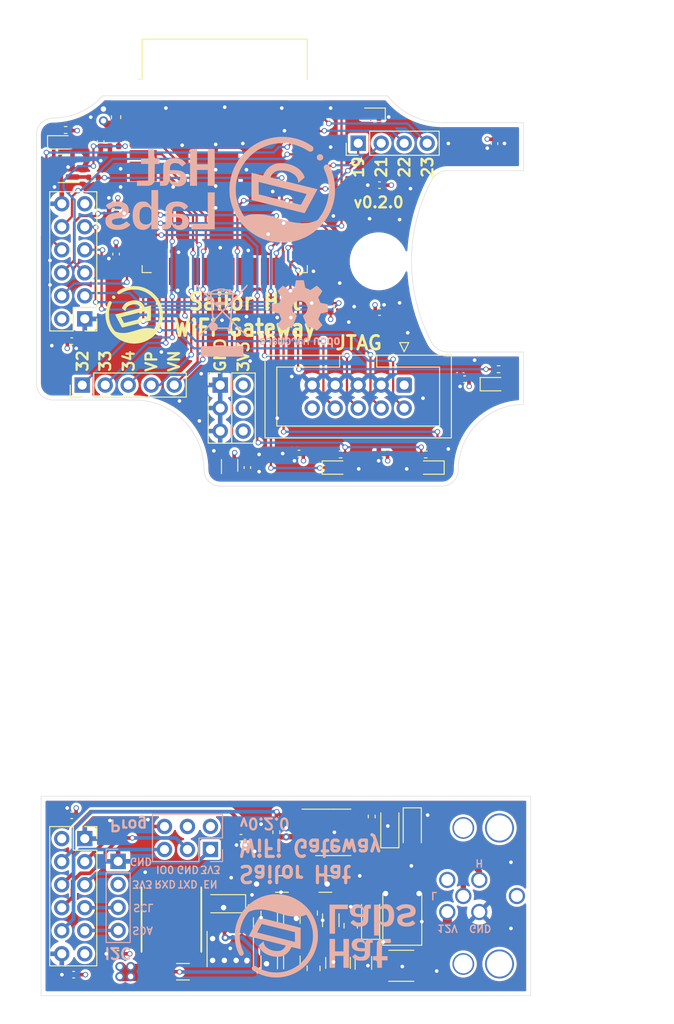
<source format=kicad_pcb>
(kicad_pcb (version 20211014) (generator pcbnew)
  (title_block (title "Sailor Hat Wireless Gateway") (date "2022-03-17") (rev "1.0.0") (company "Hat Labs Ltd") (comment 1 "https://creativecommons.org/licenses/by/4.0") (comment 2 "To view a copy of this license, visit ") (comment 3 "SH-wg is licensed under CC BY 4.0."))
  (layers (0 "F.Cu" signal) (1 "In1.Cu" power) (2 "In2.Cu" power) (31 "B.Cu" signal) (34 "B.Paste" user) (35 "F.Paste" user) (36 "B.SilkS" user "B.Silkscreen") (37 "F.SilkS" user "F.Silkscreen") (38 "B.Mask" user) (39 "F.Mask" user) (44 "Edge.Cuts" user))
  (net 0 "")
  (net 1 "GND")
  (net 2 "/EN")
  (net 3 "+3V3")
  (net 4 "/Power input/Vin_protected")
  (net 5 "/Power input/Vin_fused")
  (net 6 "/Power input/SW")
  (net 7 "/SDA")
  (net 8 "/SCL")
  (net 9 "Net-(C604-Pad2)")
  (net 10 "Net-(D801-Pad2)")
  (net 11 "Net-(D802-Pad2)")
  (net 12 "Net-(D803-Pad2)")
  (net 13 "Net-(C602-Pad1)")
  (net 14 "/IO0")
  (net 15 "/TXD")
  (net 16 "/RXD")
  (net 18 "Net-(R201-Pad1)")
  (net 19 "/YELLOW_LED")
  (net 20 "/BLUE_LED")
  (net 23 "/ESP32/SENSOR_VP")
  (net 24 "/ESP32/SENSOR_VN")
  (net 27 "/ESP32/IO32")
  (net 28 "/ESP32/IO33")
  (net 29 "/ESP32/TMS")
  (net 30 "/ESP32/TCK")
  (net 31 "/ESP32/TDO")
  (net 37 "/ESP32/IO23")
  (net 38 "/CAN bus/CAN_H")
  (net 39 "/CAN bus/CAN_L")
  (net 41 "/HALL")
  (net 42 "GND1")
  (net 43 "/CAN_12V_1")
  (net 44 "/EN_1")
  (net 45 "/IO0_1")
  (net 46 "/TXD_1")
  (net 47 "/RXD_1")
  (net 48 "/CAN_RX")
  (net 49 "/CAN_TX")
  (net 50 "/CAN_TX_1")
  (net 51 "/CAN_RX_1")
  (net 52 "/SDA_1")
  (net 53 "/SCL_1")
  (net 54 "+3V3_1")
  (net 55 "/ESP32/IO19")
  (net 56 "/ESP32/IO21")
  (net 57 "/ESP32/IO22")
  (net 58 "/ESP32/TDI")
  (net 59 "/Power input/IN")
  (net 61 "Net-(Q801-Pad1)")
  (net 62 "/RED_LED")
  (net 63 "/ESP32/IO34")
  (net 64 "/ESP32/IO35")
  (net 65 "Net-(D804-Pad2)")
  (net 66 "Net-(D805-Pad1)")
  (net 67 "Net-(D805-Pad2)")
  (net 68 "/CAN_LED_EN")
  (footprint "Capacitor_SMD:C_0603_1608Metric" (layer "F.Cu") (at 51.285 41.72 -90)
    (fp_text reference "C302" hide)
    (fp_text value "22uF/6.3V" hide)
  )
  (footprint "SH-wg:ESP32-WROOM-32-HandSolder" (layer "F.Cu") (at 63.285 48.98)
    (fp_text reference "U301" hide)
    (fp_text value "ESP32-WROOM-32E" hide)
  )
  (footprint "SH-ESP32:M12-5A_Male_Horizontal_PCB_Hysik" (layer "F.Cu") (at 93.635 127.62 90)
    (fp_text reference "J201" hide)
    (fp_text value "Conn_01x05" hide)
  )
  (footprint "Resistor_SMD:R_0402_1005Metric" (layer "F.Cu") (at 76.785 41.2)
    (fp_text reference "R802" hide)
    (fp_text value "1.0k" hide)
  )
  (footprint "LED_SMD:LED_0603_1608Metric" (layer "F.Cu") (at 45.2 44.5)
    (fp_text reference "D805" hide)
    (fp_text value "RED LED" hide)
  )
  (footprint "LED_SMD:LED_0603_1608Metric" (layer "F.Cu") (at 79.535 41.45 180)
    (fp_text reference "D802" hide)
    (fp_text value "BLUE LED" hide)
  )
  (footprint "Capacitor_SMD:C_0402_1005Metric" (layer "F.Cu") (at 72.8 132.1 90)
    (fp_text reference "C602" hide)
    (fp_text value "4.7nF/50V" hide)
  )
  (footprint "Inductor_SMD:L_0805_2012Metric" (layer "F.Cu") (at 73.1 135.6 90)
    (fp_text reference "FB601" hide)
    (fp_text value "GZ2012D601TF" hide)
  )
  (footprint "SH-wg:SMMS0650-1R0M" (layer "F.Cu") (at 57.395 130.225 -90)
    (fp_text reference "L602" hide)
    (fp_text value "SMMS0650-470M" hide)
  )
  (footprint "Capacitor_SMD:C_1206_3216Metric" (layer "F.Cu") (at 58.67 135.975)
    (fp_text reference "C607" hide)
    (fp_text value "47uF/6.3V" hide)
  )
  (footprint "Diode_SMD:D_SOD-123F" (layer "F.Cu") (at 63.395 128.475 180)
    (fp_text reference "D603" hide)
    (fp_text value "B5819W" hide)
  )
  (footprint "Diode_SMD:D_SMB" (layer "F.Cu") (at 82.9 129.5 90)
    (fp_text reference "D601" hide)
    (fp_text value "SMBJ33CA" hide)
  )
  (footprint "Diode_SMD:D_SOD-123F" (layer "F.Cu") (at 79.4 130.2 90)
    (fp_text reference "D602" hide)
    (fp_text value "B5819W" hide)
  )
  (footprint "Resistor_SMD:R_0402_1005Metric" (layer "F.Cu") (at 51.085 43.97)
    (fp_text reference "R301" hide)
    (fp_text value "10k" hide)
  )
  (footprint "Capacitor_SMD:C_0402_1005Metric" (layer "F.Cu") (at 51.085 44.92 180)
    (fp_text reference "C301" hide)
    (fp_text value "1uF" hide)
  )
  (footprint "Capacitor_SMD:C_1206_3216Metric" (layer "F.Cu") (at 78.6 135 90)
    (fp_text reference "C601" hide)
    (fp_text value "10uF/50V" hide)
  )
  (footprint "Capacitor_SMD:C_0805_2012Metric" (layer "F.Cu") (at 77.2 130.9 -90)
    (fp_text reference "C603" hide)
    (fp_text value "1uF/50V" hide)
  )
  (footprint "Capacitor_SMD:C_1206_3216Metric" (layer "F.Cu") (at 75 130.3 90)
    (fp_text reference "C604" hide)
    (fp_text value "4.7uF/50V" hide)
  )
  (footprint "Inductor_SMD:L_1210_3225Metric" (layer "F.Cu") (at 75.8 135 90)
    (fp_text reference "L601" hide)
    (fp_text value "CBC3225T100KR" hide)
  )
  (footprint "Resistor_SMD:R_0603_1608Metric" (layer "F.Cu") (at 73 129.5 90)
    (fp_text reference "R601" hide)
    (fp_text value "4.7R" hide)
  )
  (footprint "Capacitor_SMD:C_1206_3216Metric" (layer "F.Cu") (at 70.7 130.05 -90)
    (fp_text reference "C605" hide)
    (fp_text value "10uF/50V" hide)
  )
  (footprint "Package_SO:SOP-8_3.9x4.9mm_P1.27mm" (layer "F.Cu") (at 63.895 133.475 -90)
    (fp_text reference "U601" hide)
    (fp_text value "XL1509-3.3" hide)
  )
  (footprint "Package_SO:SOIC-8_3.9x4.9mm_P1.27mm" (layer "F.Cu") (at 75.2725 120.605)
    (fp_text reference "U201" hide)
    (fp_text value "SN65HVD232DR" hide)
  )
  (footprint "Resistor_SMD:R_0402_1005Metric" (layer "F.Cu") (at 79.5225 118.855 90)
    (fp_text reference "R201" hide)
    (fp_text value "10k" hide)
  )
  (footprint "Capacitor_SMD:C_0402_1005Metric" (layer "F.Cu") (at 71.0225 120.605 90)
    (fp_text reference "C201" hide)
    (fp_text value "100nF" hide)
  )
  (footprint "Fuse:Fuse_1812_4532Metric" (layer "F.Cu") (at 82.785 135.32)
    (fp_text reference "F601" hide)
    (fp_text value "mSMD050-60V" hide)
  )
  (footprint "Capacitor_SMD:C_0402_1005Metric" (layer "F.Cu") (at 65.785 80.37 90)
    (fp_text reference "C801" hide)
    (fp_text value "100nF" hide)
  )
  (footprint "Resistor_SMD:R_0402_1005Metric" (layer "F.Cu") (at 93.535 69.52)
    (fp_text reference "R801" hide)
    (fp_text value "2k" hide)
  )
  (footprint "Connector_PinHeader_2.54mm:PinHeader_2x03_P2.54mm_Vertical" (layer "F.Cu") (at 62.787 71.266)
    (fp_text reference "J401" hide)
    (fp_text value "Power" hide)
  )
  (footprint "Capacitor_SMD:C_0402_1005Metric" (layer "F.Cu") (at 80.385 63.22 180)
    (fp_text reference "C402" hide)
    (fp_text value "100nF" hide)
  )
  (footprint "Capacitor_SMD:C_0402_1005Metric" (layer "F.Cu") (at 46.385 66.42 180)
    (fp_text reference "C410" hide)
    (fp_text value "100nF" hide)
  )
  (footprint "Resistor_SMD:R_0402_1005Metric" (layer "F.Cu") (at 45.715 43.135 180)
    (fp_text reference "R806" hide)
    (fp_text value "2k" hide)
  )
  (footprint "Capacitor_SMD:C_0402_1005Metric" (layer "F.Cu") (at 89.785 70.62)
    (fp_text reference "C408" hide)
    (fp_text value "100nF" hide)
  )
  (footprint "Capacitor_SMD:C_0402_1005Metric" (layer "F.Cu") (at 66.25 128.7 90)
    (fp_text reference "C606" hide)
    (fp_text value "100nF/50V" hide)
  )
  (footprint "kikit:Tab" (layer "F.Cu") (at 80.8 83.75 90)
    (fp_text reference "REF**" hide)
    (fp_text value "Tab" hide)
  )
  (footprint "Resistor_SMD:R_0402_1005Metric" (layer "F.Cu") (at 48.785 48.37 180)
    (fp_text reference "R805" hide)
    (fp_text value "10k" hide)
  )
  (footprint "Resistor_SMD:R_0402_1005Metric" (layer "F.Cu") (at 85.485 78.92)
    (fp_text reference "R804" hide)
    (fp_text value "1.5k" hide)
  )
  (footprint "Capacitor_SMD:C_0402_1005Metric" (layer "F.Cu") (at 71.485 78.82)
    (fp_text reference "C405" hide)
    (fp_text value "100nF" hide)
  )
  (footprint "LED_SMD:LED_0603_1608Metric" (layer "F.Cu") (at 86.035 80.37 180)
    (fp_text reference "D804" hide)
    (fp_text value "GREEN LED" hide)
  )
  (footprint "Resistor_SMD:R_0402_1005Metric" (layer "F.Cu") (at 76.085 78.92 180)
    (fp_text reference "R803" hide)
    (fp_text value "1.5k" hide)
  )
  (footprint "Capacitor_SMD:C_1206_3216Metric" (layer "F.Cu") (at 69.6 126.3 180)
    (fp_text reference "C608" hide)
    (fp_text value "10uF/50V" hide)
  )
  (footprint "Capacitor_SMD:C_0402_1005Metric" (layer "F.Cu") (at 50.985 51.42)
    (fp_text reference "C401" hide)
    (fp_text value "100nF" hide)
  )
  (footprint "Capacitor_SMD:C_0402_1005Metric" (layer "F.Cu") (at 51.285 56.82 90)
    (fp_text reference "C407" hide)
    (fp_text value "100nF" hide)
  )
  (footprint "Diode_SMD:D_SOD-123F" (layer "F.Cu") (at 81.5225 120.105 90)
    (fp_text reference "D201" hide)
    (fp_text value "SMF24CA" hide)
  )
  (footprint "Connector_PinHeader_2.54mm:PinHeader_1x04_P2.54mm_Vertical" (layer "F.Cu") (at 78.027 44.596 90)
    (fp_text reference "J302" hide)
    (fp_text value "Digital IO" hide)
  )
  (footprint "Capacitor_SMD:C_0402_1005Metric" (layer "F.Cu") (at 51.5 134)
    (fp_text reference "C707" hide)
    (fp_text value "100nF" hide)
  )
  (footprint "kikit:Tab" (layer "F.Cu") (at 42.75 127.5)
    (fp_text reference "REF**" hide)
    (fp_text value "Tab" hide)
  )
  (footprint "Capacitor_SMD:C_0402_1005Metric" (layer "F.Cu") (at 46.385 118.72)
    (fp_text reference "C706" hide)
    (fp_text value "100nF" hide)
  )
  (footprint "Resistor_SMD:R_0402_1005Metric" (layer "F.Cu") (at 74.985 62.72 -90)
    (fp_text reference "R303" hide)
    (fp_text value "2k" hide)
  )
  (footprint "Package_TO_SOT_SMD:SOT-553" (layer "F.Cu") (at 63.825 80.13 90)
    (fp_text reference "U801" hide)
    (fp_text value "AH1902" hide)
  )
  (footprint "kikit:Tab" (layer "F.Cu") (at 97.25 127.62 180)
    (fp_text reference "REF**" hide)
    (fp_text value "Tab" hide)
  )
  (footprint "kikit:Tab" (layer "F.Cu") (at 96.535 44.82 180)
    (fp_text reference "REF**" hide)
    (fp_text value "Tab" hide)
  )
  (footprint "kikit:Tab" (layer "F.Cu") (at 70 138.85 90)
    (fp_text reference "REF**" hide)
    (fp_text value "Tab" hide)
  )
  (footprint "LED_SMD:LED_0603_1608Metric" (layer "F.Cu") (at 92.985 71.17)
    (fp_text reference "D801" hide)
    (fp_text value "YELLOW LED" hide)
  )
  (footprint "LED_SMD:LED_0603_1608Metric" (layer "F.Cu") (at 75.535 80.37)
    (fp_text reference "D803" hide)
    (fp_text value "GREEN LED" hide)
  )
  (footprint "kikit:Tab" (layer "F.Cu") (at 77.285 39.12 -90)
    (fp_text reference "REF**" hide)
    (fp_text value "Tab" hide)
  )
  (footprint "kikit:Tab" (layer "F.Cu") (at 42.25 57.6)
    (fp_text reference "REF**" hide)
    (fp_text value "Tab" hide)
  )
  (footprint "SH-wg:HL_pictogram_6.3mm" (layer "F.Cu") (at 53.285 63.52)
    (fp_text reference "G401" hide)
    (fp_text value "Hat Labs pictogram" hide)
  )
  (footprint "Capacitor_SMD:C_1206_3216Metric" (layer "F.Cu") (at 68.2 130 90)
    (fp_text reference "C611" hide)
    (fp_text value "10uF/50V" hide)
  )
  (footprint "Capacitor_SMD:C_1206_3216Metric" (layer "F.Cu") (at 70.7 134.95 90)
    (fp_text reference "C610" hide)
    (fp_text value "10uF/50V" hide)
  )
  (footprint "Capacitor_SMD:C_0402_1005Metric" (layer "F.Cu") (at 93.085 44.64 90)
    (fp_text reference "C404" hide)
    (fp_text value "100nF" hide)
  )
  (footprint "Capacitor_SMD:C_0402_1005Metric" (layer "F.Cu") (at 80.385 49.22)
    (fp_text reference "C403" hide)
    (fp_text value "100nF" hide)
  )
  (footprint "Package_TO_SOT_SMD:SOT-23" (layer "F.Cu") (at 45.535 47.37 180)
    (fp_text reference "Q801" hide)
    (fp_text value "2N7002" hide)
  )
  (footprint "Connector_PinHeader_2.54mm:PinHeader_1x05_P2.54mm_Vertical" (layer "F.Cu") (at 47.547 71.266 90)
    (fp_text reference "J303" hide)
    (fp_text value "Analog IO" hide)
  )
  (footprint "Capacitor_SMD:C_0402_1005Metric" (layer "F.Cu") (at 49.585 44.42 90)
    (fp_text reference "C409" hide)
    (fp_text value "100nF" hide)
  )
  (footprint "Capacitor_SMD:C_0402_1005Metric" (layer "F.Cu") (at 46.6 136.3)
    (fp_text reference "C701" hide)
    (fp_text value "100nF" hide)
  )
  (footprint "Connector_PinHeader_2.54mm:PinHeader_2x06_P2.54mm_Vertical" (layer "F.Cu") (at 47.825 63.97 180)
    (fp_text reference "J101" hide)
    (fp_text value "Aux PCB Conn Male" hide)
  )
  (footprint "Diode_SMD:D_SOD-123F" (layer "F.Cu") (at 84 120.1 -90)
    (fp_text reference "D202" hide)
    (fp_text value "SMF24CA" hide)
  )
  (footprint "Capacitor_SMD:C_0402_1005Metric" (layer "F.Cu") (at 65.08 121.2)
    (fp_text reference "C704" hide)
    (fp_text value "100nF" hide)
  )
  (footprint "kikit:Tab" (layer "F.Cu") (at 70 116.35 -90)
    (fp_text reference "REF**" hide)
    (fp_text value "Tab" hide)
  )
  (footprint "Resistor_SMD:R_0402_1005Metric" (layer "F.Cu") (at 73.785 62.72 -90)
    (fp_text reference "R302" hide)
    (fp_text value "2k" hide)
  )
  (footprint "Connector_PinSocket_2.54mm:PinSocket_2x06_P2.54mm_Vertical" (layer "F.Cu") (at 47.825 121.295)
    (fp_text reference "J102" hide)
    (fp_text value "Aux PCB Conn Female" hide)
  )
  (footprint "Connector_IDC:IDC-Header_2x05_P2.54mm_Vertical" (layer "F.Cu") (at 83.107 71.266 -90)
    (fp_text reference "J301" hide)
    (fp_text value "JTAG" hide)
  )
  (footprint "Capacitor_SMD:C_1206_3216Metric" (layer "F.Cu") (at 68.2 134.95 -90)
    (fp_text reference "C612" hide)
    (fp_text value "10uF/50V" hide)
  )
  (footprint "SH-wg:MountingHole_3.2mm_M3_no_copper" (layer "F.Cu") (at 80.285 57.62)
    (fp_text reference "H404" hide)
    (fp_text value "MountingHole" hide)
  )
  (footprint "Resistor_SMD:R_0402_1005Metric" (layer "F.Cu") (at 68.9875 120.585 90)
    (fp_text reference "R202" hide)
    (fp_text value "10k" hide)
  )
  (footprint "Capacitor_SMD:C_1206_3216Metric" (layer "F.Cu") (at 74.4 126.3)
    (fp_text reference "C609" hide)
    (fp_text value "10uF/50V" hide)
  )
  (footprint "Capacitor_SMD:C_0402_1005Metric" (layer "F.Cu") (at 80.785 78.82)
    (fp_text reference "C406" hide)
    (fp_text value "100nF" hide)
  )
  (footprint "kikit:Tab" (layer "F.Cu") (at 96.535 70.52 180)
    (fp_text reference "REF**" hide)
    (fp_text value "Tab" hide)
  )
  (footprint "Connector_PinHeader_2.54mm:PinHeader_2x03_P2.54mm_Vertical" (layer "B.Cu") (at 61.71 122.495 90)
    (fp_text reference "J701" hide)
    (fp_text value "Conn_02x03_Odd_Even" hide)
  )
  (footprint "Symbol:OSHW-Logo2_9.8x8mm_SilkScreen" (layer "B.Cu") (at 71.585 63.42 180)
    (fp_text reference "G405" hide)
    (fp_text value "OSHW logo" hide)
  )
  (footprint "Connector_PinSocket_2.54mm:PinSocket_1x04_P2.54mm_Vertical" (layer "B.Cu") (at 51.51 123.8 180)
    (fp_text reference "J501" hide)
    (fp_text value "Conn_01x04" hide)
  )
  (footprint "SH-wg:Hat_Labs_20mm" (layer "B.Cu") (at 74.385 132.02)
    (fp_text reference "G402" hide)
    (fp_text value "Hat Labs logo" hide)
  )
  (footprint "SH-wg:Hat_Labs_25.4mm" (layer "B.Cu") (at 62.785 49.72 180)
    (fp_text reference "G403" hide)
    (fp_text value "Hat Labs logo large" hide)
  )
  (footprint "Symbol:WEEE-Logo_5.6x8mm_SilkScreen" (layer "B.Cu") (at 62.985 64.12 180)
    (fp_text reference "G404" hide)
    (fp_text value "WEEE logo" hide)
  )
  (gr_arc (start 86.122578 66.550309) (mid 83.919148 57.62) (end 86.122578 48.689691) (layer "Edge.Cuts") (width 0.05))
  (gr_line (start 43 116.62) (end 43 138.62) (layer "Edge.Cuts") (width 0.05))
  (gr_arc (start 44.285 72.914919) (mid 43.015801 72.389199) (end 42.490081 71.12) (layer "Edge.Cuts") (width 0.05))
  (gr_line (start 43 138.62) (end 97.08 138.62) (layer "Edge.Cuts") (width 0.05))
  (gr_line (start 97.08 138.62) (end 97.08 116.62) (layer "Edge.Cuts") (width 0.05))
  (gr_arc (start 49.785 39.37) (mid 47.296537 41.183449) (end 44.285 41.825081) (layer "Edge.Cuts") (width 0.05))
  (gr_arc (start 89.079919 80.62) (mid 88.554199 81.889199) (end 87.285 82.414919) (layer "Edge.Cuts") (width 0.05))
  (gr_arc (start 87.893037 67.62) (mid 86.858778 67.331814) (end 86.122578 66.550309) (layer "Edge.Cuts") (width 0.05))
  (gr_line (start 87.285 82.414919) (end 62.785 82.414919) (layer "Edge.Cuts") (width 0.05))
  (gr_arc (start 87.285 42.325081) (mid 83.940882 41.546238) (end 81.285 39.37) (layer "Edge.Cuts") (width 0.05))
  (gr_arc (start 53.285 72.914919) (mid 58.733315 75.171685) (end 60.990081 80.62) (layer "Edge.Cuts") (width 0.05))
  (gr_line (start 96.284999 67.62) (end 96.285 73.414919) (layer "Edge.Cuts") (width 0.05))
  (gr_arc (start 86.122578 48.689691) (mid 86.858779 47.908186) (end 87.893037 47.62) (layer "Edge.Cuts") (width 0.05))
  (gr_arc (start 62.785 82.414919) (mid 61.515801 81.889199) (end 60.990081 80.62) (layer "Edge.Cuts") (width 0.05))
  (gr_line (start 97.08 116.62) (end 43 116.62) (layer "Edge.Cuts") (width 0.05))
  (gr_arc (start 42.490081 43.62) (mid 43.015801 42.350801) (end 44.285 41.825081) (layer "Edge.Cuts") (width 0.05))
  (gr_line (start 96.285 42.325081) (end 96.284999 47.62) (layer "Edge.Cuts") (width 0.05))
  (gr_arc (start 89.079919 80.62) (mid 91.190238 75.525238) (end 96.285 73.414919) (layer "Edge.Cuts") (width 0.05))
  (gr_line (start 53.285 72.914919) (end 44.285 72.914919) (layer "Edge.Cuts") (width 0.05))
  (gr_line (start 87.285 42.325081) (end 96.285 42.325081) (layer "Edge.Cuts") (width 0.05))
  (gr_line locked (start 49.785 39.37) (end 81.285 39.37) (layer "Edge.Cuts") (width 0.05))
  (gr_line (start 42.490081 71.12) (end 42.490081 43.62) (layer "Edge.Cuts") (width 0.05))
  (gr_line (start 87.893037 67.62) (end 96.284999 67.62) (layer "Edge.Cuts") (width 0.05))
  (gr_line (start 96.284999 47.62) (end 87.893037 47.62) (layer "Edge.Cuts") (width 0.05))
  (gr_text "SDA" (at 52.985 131.42 180) (layer "B.SilkS") (effects (font (size 0.8 0.8)) (justify left mirror)))
  (gr_text "12V" (at 87.9 131.2 180) (layer "B.SilkS") (effects (font (size 0.8 0.8)) (justify mirror)))
  (gr_text "GND" (at 91.5 131.2 180) (layer "B.SilkS") (effects (font (size 0.8 0.8)) (justify mirror)))
  (gr_text "TXD" (at 59.2 126.3 180) (layer "B.SilkS") (effects (font (size 0.8 0.8)) (justify mirror)))
  (gr_text "RXD" (at 56.7 126.3 180) (layer "B.SilkS") (effects (font (size 0.8 0.8)) (justify mirror)))
  (gr_text "Sailor Hat\nWiFi Gateway" (at 64.685 123.72 -180) (layer "B.SilkS") (effects (font (size 1.8 1.6) (thickness 0.35)) (justify left mirror)))
  (gr_text "SCL" (at 53.085 128.91 180) (layer "B.SilkS") (effects (font (size 0.8 0.8)) (justify left mirror)))
  (gr_text "GND" (at 59.2 124.7 180) (layer "B.SilkS") (effects (font (size 0.8 0.8)) (justify mirror)))
  (gr_text "H" (at 91.4 124 180) (layer "B.SilkS") (effects (font (size 0.8 0.8)) (justify mirror)))
  (gr_text "v0.2.0" (at 67.685 119.62 180) (layer "B.SilkS") (effects (font (size 1.2 1.2) (thickness 0.25)) (justify mirror)))
  (gr_text "L" (at 86.4 127.6 180) (layer "B.SilkS") (effects (font (size 0.8 0.8)) (justify mirror)))
  (gr_text "I2C" (at 51.485 133.92 180) (layer "B.SilkS") (effects (font (size 1.2 1.2) (thickness 0.25)) (justify mirror)))
  (gr_text "3V3" (at 61.7 124.7 180) (layer "B.SilkS") (effects (font (size 0.8 0.8)) (justify mirror)))
  (gr_text "GND" (at 52.7 123.82 180) (layer "B.SilkS") (effects (font (size 0.8 0.8)) (justify left mirror)))
  (gr_text "EN" (at 61.7 126.3 180) (layer "B.SilkS") (effects (font (size 0.8 0.8)) (justify mirror)))
  (gr_text "Prog" (at 54.885 119.82 180) (layer "B.SilkS") (effects (font (size 1.2 1.2) (thickness 0.25)) (justify right mirror)))
  (gr_text "IO0" (at 56.7 124.7 180) (layer "B.SilkS") (effects (font (size 0.8 0.8)) (justify mirror)))
  (gr_text "3V3" (at 52.985 126.32 180) (layer "B.SilkS") (effects (font (size 0.8 0.8)) (justify left mirror)))
  (gr_text "GND" (at 62.787 69.936 90) (layer "F.SilkS") (effects (font (size 1.2 1.2) (thickness 0.25)) (justify left)))
  (gr_text "v0.2.0" (at 80.285 51.12) (layer "F.SilkS") (effects (font (size 1.2 1.2) (thickness 0.25))))
  (gr_text "33" (at 50.085 69.92 90) (layer "F.SilkS") (effects (font (size 1.2 1.2) (thickness 0.25)) (justify left)))
  (gr_text "Sailor Hat\nWiFi Gateway" (at 65.485 63.52) (layer "F.SilkS") (effects (font (size 1.8 1.6) (thickness 0.35))))
  (gr_text "32" (at 47.585 69.92 90) (layer "F.SilkS") (effects (font (size 1.2 1.2) (thickness 0.25)) (justify left)))
  (gr_text "VN" (at 57.685 69.92 90) (layer "F.SilkS") (effects (font (size 1.2 1.2) (thickness 0.25)) (justify left)))
  (gr_text "22" (at 83.137 45.926 90) (layer "F.SilkS") (effects (font (size 1.2 1.2) (thickness 0.25)) (justify right)))
  (gr_text "34" (at 52.685 69.92 90) (layer "F.SilkS") (effects (font (size 1.2 1.2) (thickness 0.25)) (justify left)))
  (gr_text "21" (at 80.585 45.92 90) (layer "F.SilkS") (effects (font (size 1.2 1.2) (thickness 0.25)) (justify right)))
  (gr_text "VP" (at 55.185 69.92 90) (layer "F.SilkS") (effects (font (size 1.2 1.2) (thickness 0.25)) (justify left)))
  (gr_text "23" (at 85.685 45.92 90) (layer "F.SilkS") (effects (font (size 1.2 1.2) (thickness 0.25)) (justify right)))
  (gr_text "19" (at 78.027 45.926 90) (layer "F.SilkS") (effects (font (size 1.2 1.2) (thickness 0.25)) (justify right)))
  (gr_text "JTAG" (at 78.085 66.62) (layer "F.SilkS") (effects (font (size 1.5 1.5) (thickness 0.3))))
  (gr_text "3V3" (at 65.357 69.936 90) (layer "F.SilkS") (effects (font (size 1.2 1.2) (thickness 0.25)) (justify left)))
  (segment (start 63.849511 80.330489) (end 65.265489 80.330489) (width 0.25) (layer "F.Cu") (net 1))
  (segment (start 93.085 45.12) (end 92.305 45.12) (width 0.4) (layer "F.Cu") (net 1))
  (segment (start 45.985 46.9075) (end 46.4725 46.42) (width 0.4) (layer "F.Cu") (net 1))
  (segment (start 49.585 44.9) (end 50.58 44.9) (width 0.4) (layer "F.Cu") (net 1))
  (segment (start 46.865 66.42) (end 46.865 67.2) (width 0.4) (layer "F.Cu") (net 1))
  (segment (start 50.505 51.42) (end 50.505 50.64) (width 0.4) (layer "F.Cu") (net 1))
  (segment (start 50.58 44.9) (end 50.6 44.92) (width 0.4) (layer "F.Cu") (net 1))
  (segment (start 57.57 60.305) (end 58.085 60.82) (width 0.6) (layer "F.Cu") (net 1))
  (segment (start 51.285 40.9325) (end 49.9975 40.9325) (width 0.8) (layer "F.Cu") (net 1))
  (segment (start 80.305 79.6) (end 80.285 79.62) (width 0.4) (layer "F.Cu") (net 1))
  (segment (start 49.585 44.9) (end 49.585 46.52) (width 0.4) (layer "F.Cu") (net 1))
  (segment (start 63.825 80.83) (end 63.825 80.355) (width 0.25) (layer "F.Cu") (net 1))
  (segment (start 46.865 67.2) (end 46.885 67.22) (width 0.4) (layer "F.Cu") (net 1))
  (segment (start 89.305 70.62) (end 89.305 71.4) (width 0.4) (layer "F.Cu") (net 1))
  (segment (start 50.505 57.3) (end 50.485 57.32) (width 0.4) (layer "F.Cu") (net 1))
  (segment (start 49.9975 40.9325) (end 49.885 40.82) (width 0.8) (layer "F.Cu") (net 1))
  (segment (start 80.865 62.44) (end 80.885 62.42) (width 0.4) (layer "F.Cu") (net 1))
  (segment (start 79.905 49.22) (end 79.085 49.22) (width 0.4) (layer "F.Cu") (net 1))
  (segment (start 57.57 57.235) (end 58.185 56.62) (width 0.6) (layer "F.Cu") (net 1))
  (segment (start 71.005 79.6) (end 70.985 79.62) (width 0.4) (layer "F.Cu") (net 1))
  (segment (start 89.305 71.4) (end 89.285 71.42) (width 0.4) (layer "F.Cu") (net 1))
  (segment (start 57.57 58.735) (end 57.57 60.305) (width 0.6) (layer "F.Cu") (net 1))
  (segment (start 71.005 78.82) (end 71.005 79.6) (width 0.4) (layer "F.Cu") (net 1))
  (segment (start 57.57 58.735) (end 57.57 57.235) (width 0.6) (layer "F.Cu") (net 1))
  (segment (start 80.305 78.82) (end 80.305 79.6) (width 0.4) (layer "F.Cu") (net 1))
  (segment (start 65.265489 80.330489) (end 65.785 80.85) (width 0.25) (layer "F.Cu") (net 1))
  (segment (start 92.305 45.12) (end 92.285 45.14) (width 0.4) (layer "F.Cu") (net 1))
  (segment (start 50.505 50.64) (end 50.485 50.62) (width 0.4) (layer "F.Cu") (net 1))
  (segment (start 45.985 47.22) (end 45.985 46.9075) (width 0.4) (layer "F.Cu") (net 1))
  (segment (start 51.285 57.3) (end 50.505 57.3) (width 0.4) (layer "F.Cu") (net 1))
  (segment (start 63.825 80.355) (end 63.849511 80.330489) (width 0.25) (layer "F.Cu") (net 1))
  (segment (start 80.865 63.22) (end 80.865 62.44) (width 0.4) (layer "F.Cu") (net 1))
  (via (at 43.985 57.52) (size 0.6) (drill 0.4) (layers "F.Cu" "B.Cu") (net 1))
  (via (at 73.085 58.72) (size 0.6) (drill 0.4) (layers "F.Cu" "B.Cu") (net 1))
  (via (at 79.285 52.92) (size 0.6) (drill 0.4) (layers "F.Cu" "B.Cu") (net 1))
  (via (at 57.585 49.42) (size 0.6) (drill 0.4) (layers "F.Cu" "B.Cu") (net 1))
  (via (at 51.785 49.42) (size 0.6) (drill 0.4) (layers "F.Cu" "B.Cu") (net 1))
  (via (at 60.685 70.02) (size 0.6) (drill 0.4) (layers "F.Cu" "B.Cu") (net 1))
  (via (at 62.285 47.52) (size 0.6) (drill 0.4) (layers "F.Cu" "B.Cu") (net 1))
  (via (at 70.685 70.32) (size 0.6) (drill 0.4) (layers "F.Cu" "B.Cu") (net 1))
  (via (at 44.185 66.92) (size 0.6) (drill 0.4) (layers "F.Cu" "B.Cu") (net 1))
  (via (at 62.285 49.32) (size 0.6) (drill 0.4) (layers "F.Cu" "B.Cu") (net 1))
  (via (at 87.985 44.62) (size 0.6) (drill 0.4) (layers "F.Cu" "B.Cu") (net 1))
  (via (at 46.885 67.22) (size 0.6) (drill 0.4) (layers "F.Cu" "B.Cu") (net 1))
  (via (at 65.285 44.62) (size 0.6) (drill 0.4) (layers "F.Cu" "B.Cu") (net 1))
  (via (at 87.985 78.32) (size 0.6) (drill 0.4) (layers "F.Cu" "B.Cu") (net 1))
  (via (at 69.685 78.82) (size 0.6) (drill 0.4) (layers "F.Cu" "B.Cu") (net 1))
  (via (at 78.085 80.52) (size 0.6) (drill 0.4) (layers "F.Cu" "B.Cu") (net 1))
  (via (at 77.585 62.62) (size 0.6) (drill 0.4) (layers "F.Cu" "B.Cu") (net 1))
  (via (at 94.185 44.62) (size 0.6) (drill 0.4) (layers "F.Cu" "B.Cu") (net 1))
  (via (at 58.185 56.62) (size 0.8) (drill 0.4) (layers "F.Cu" "B.Cu") (net 1))
  (via (at 49.585 46.52) (size 0.6) (drill 0.4) (layers "F.Cu" "B.Cu") (net 1))
  (via (at 58.585 44.82) (size 0.6) (drill 0.4) (layers "F.Cu" "B.Cu") (net 1))
  (via (at 85.185 72.72) (size 0.6) (drill 0.4) (layers "F.Cu" "B.Cu") (net 1))
  (via (at 69.085 63.82) (size 0.6) (drill 0.4) (layers "F.Cu" "B.Cu") (net 1))
  (via (at 67.085 80.82) (size 0.6) (drill 0.4) (layers "F.Cu" "B.Cu") (net 1))
  (via (at 81.4 41.7) (size 0.6) (drill 0.4) (layers "F.Cu" "B.Cu") (net 1))
  (via (at 58.285 73.02) (size 0.6) (drill 0.4) (layers "F.Cu" "B.Cu") (net 1))
  (via (at 50.485 57.32) (size 0.6) (drill 0.4) (layers "F.Cu" "B.Cu") (net 1))
  (via (at 83.385 80.52) (size 0.6) (drill 0.4) (layers "F.Cu" "B.Cu") (net 1))
  (via (at 74.985 45.02) (size 0.6) (drill 0.4) (layers "F.Cu" "B.Cu") (net 1))
  (via (at 75.285 52.62) (size 0.6) (drill 0.4) (layers "F.Cu" "B.Cu") (net 1))
  (via (at 65.885 56.42) (size 0.6) (drill 0.4) (layers "F.Cu" "B.Cu") (net 1))
  (via (at 60.485 75.22) (size 0.6) (drill 0.4) (layers "F.Cu" "B.Cu") (net 1))
  (via (at 82.6 62.2) (size 0.6) (drill 0.4) (layers "F.Cu" "B.Cu") (net 1))
  (via (at 58.085 60.82) (size 0.8) (drill 0.4) (layers "F.Cu" "B.Cu") (net 1))
  (via (at 68.585 49.92) (size 0.6) (drill 0.4) (layers "F.Cu" "B.Cu") (net 1))
  (via (at 56.285 67.62) (size 0.6) (drill 0.4) (layers "F.Cu" "B.Cu") (net 1))
  (via (at 48.485 41.72) (size 0.6) (drill 0.4) (layers "F.Cu" "B.Cu") (net 1))
  (via (at 62.985 64.12) (size 0.6) (drill 0.4) (layers "F.Cu" "B.Cu") (net 1))
  (via (at 65.685 47.52) (size 0.6) (drill 0.4) (layers "F.Cu" "B.Cu") (net 1))
  (via (at 92.285 45.14) (size 0.6) (drill 0.4) (layers "F.Cu" "B.Cu") (net 1))
  (via (at 50.485 50.62) (size 0.6) (drill 0.4) (layers "F.Cu" "B.Cu") (net 1))
  (via (at 82.6 53.02) (size 0.6) (drill 0.4) (layers "F.Cu" "B.Cu") (net 1))
  (via (at 80.285 79.62) (size 0.6) (drill 0.4) (layers "F.Cu" "B.Cu") (net 1))
  (via (at 62.285 51.72) (size 0.6) (drill 0.4) (layers "F.Cu" "B.Cu") (net 1))
  (via (at 75.985 60.02) (size 0.6) (drill 0.4) (layers "F.Cu" "B.Cu") (net 1))
  (via (at 89.285 71.42) (size 0.6) (drill 0.4) (layers "F.Cu" "B.Cu") (net 1))
  (via (at 83.8 49.6) (size 0.6) (drill 0.4) (layers "F.Cu" "B.Cu") (net 1))
  (via (at 70.585 63.82) (size 0.6) (drill 0.4) (layers "F.Cu" "B.Cu") (net 1))
  (via (at 62.085 78.52) (size 0.6) (drill 0.4) (layers "F.Cu" "B.Cu") (net 1))
  (via (at 90.884999 68.52) (size 0.6) (drill 0.4) (layers "F.Cu" "B.Cu") (net 1))
  (via (at 66.085 68.62) (size 0.6) (drill 0.4) (layers "F.Cu" "B.Cu") (net 1))
  (via (at 49.885 40.82) (size 1) (drill 0.6) (layers "F.Cu" "B.Cu") (net 1))
  (via (at 70.985 79.62) (size 0.6) (drill 0.4) (layers "F.Cu" "B.Cu") (net 1))
  (via (at 45.985 47.22) (size 0.6) (drill 0.4) (layers "F.Cu" "B.Cu") (net 1))
  (via (at 83.5 65.5) (size 0.6) (drill 0.4) (layers "F.Cu" "B.Cu") (net 1))
  (via (at 76.985 64.32) (size 0.6) (drill 0.4) (layers "F.Cu" "B.Cu") (net 1))
  (via (at 79.085 49.22) (size 0.6) (drill 0.4) (layers "F.Cu" "B.Cu") (net 1))
  (via (at 67.085 78.92) (size 0.6) (drill 0.4) (layers "F.Cu" "B.Cu") (net 1))
  (via (at 56.785 40.72) (size 0.6) (drill 0.4) (layers "F.Cu" "B.Cu") (net 1))
  (via (at 65.685 63.72) (size 0.6) (drill 0.4) (layers "F.Cu" "B.Cu") (net 1))
  (via (at 63.285 40.62) (size 0.6) (drill 0.4) (layers "F.Cu" "B.Cu") (net 1))
  (via (at 44.485 49.42) (size 0.6) (drill 0.4) (layers "F.Cu" "B.Cu") (net 1))
  (via (at 74.985 40.72) (size 0.6) (drill 0.4) (layers "F.Cu" "B.Cu") (net 1))
  (via (at 69.585 40.72) (size 0.6) (drill 0.4) (layers "F.Cu" "B.Cu") (net 1))
  (via (at 80.885 62.42) (size 0.6) (drill 0.4) (layers "F.Cu" "B.Cu") (net 1))
  (via (at 68.085 54.62) (size 0.6) (drill 0.4) (layers "F.Cu" "B.Cu") (net 1))
  (via (at 51.785 47.42) (size 0.6) (drill 0.4) (layers "F.Cu" "B.Cu") (net 1))
  (via (at 62.785 56.12) (size 0.6) (drill 0.4) (layers "F.Cu" "B.Cu") (net 1))
  (via (at 69.085 74.92) (size 0.6) (drill 0.4) (layers "F.Cu" "B.Cu") (net 1))
  (via (at 62.285 44.72) (size 0.6) (drill 0.4) (layers "F.Cu" "B.Cu") (net 1))
  (via (at 69.885 43.22) (size 0.6) (drill 0.4) (layers "F.Cu" "B.Cu") (net 1))
  (via (at 43.985 60.22) (size 0.6) (drill 0.4) (layers "F.Cu" "B.Cu") (net 1))
  (segment (start 51.57 43.97) (end 51.57 44.92) (width 0.25) (layer "F.Cu") (net 2))
  (segment (start 54.285 43.265) (end 52.24 43.265) (width 0.25) (layer "F.Cu") (net 2))
  (segment (start 52.285 44.92) (end 51.57 44.92) (width 0.25) (layer "F.Cu") (net 2))
  (segment (start 52.24 43.265) (end 51.57 43.935) (width 0.25) (layer "F.Cu") (net 2))
  (segment (start 51.57 43.935) (end 51.57 43.97) (width 0.25) (layer "F.Cu") (net 2))
  (segment (start 48.785 44.92) (end 48.785 47.12) (width 0.25) (layer "F.Cu") (net 2))
  (via (at 48.785 47.12) (size 0.6) (drill 0.4) (layers "F.Cu" "B.Cu") (net 2))
  (via (at 52.285 44.92) (size 0.6) (drill 0.4) (layers "F.Cu" "B.Cu") (net 2))
  (via (at 48.785 44.92) (size 0.6) (drill 0.4) (layers "F.Cu" "B.Cu") (net 2))
  (segment (start 46.700489 57.765489) (end 46.700489 50.835489) (width 0.25) (layer "B.Cu") (net 2))
  (segment (start 46.700489 50.835489) (end 45.485 49.62) (width 0.25) (layer "B.Cu") (net 2))
  (segment (start 47.085 47.12) (end 48.785 47.12) (width 0.25) (layer "B.Cu") (net 2))
  (segment (start 52.285 44.92) (end 48.785 44.92) (width 0.25) (layer "B.Cu") (net 2))
  (segment (start 45.485 49.62) (end 45.485 48.72) (width 0.25) (layer "B.Cu") (net 2))
  (segment (start 47.825 58.89) (end 46.700489 57.765489) (width 0.25) (layer "B.Cu") (net 2))
  (segment (start 45.485 48.72) (end 47.085 47.12) (width 0.25) (layer "B.Cu") (net 2))
  (segment (start 54.285 41.995) (end 51.7975 41.995) (width 0.8) (layer "F.Cu") (net 3))
  (segment (start 64.325 79.43) (end 64.325 78.78) (width 0.4) (layer "F.Cu") (net 3))
  (segment (start 45.905 66.42) (end 45.905 67.2) (width 0.4) (layer "F.Cu") (net 3))
  (segment (start 90.265 71.4) (end 90.285 71.42) (width 0.4) (layer "F.Cu") (net 3))
  (segment (start 50.57 43.94) (end 50.6 43.97) (width 0.4) (layer "F.Cu") (net 3))
  (segment (start 49.585 43.94) (end 50.57 43.94) (width 0.4) (layer "F.Cu") (net 3))
  (segment (start 47 43.2) (end 46.265 43.2) (width 0.4) (layer "F.Cu") (net 3))
  (segment (start 50.6725 42.5075) (end 50.2725 42.5075) (width 0.8) (layer "F.Cu") (net 3))
  (segment (start 79.905 62.44) (end 79.885 62.42) (width 0.4) (layer "F.Cu") (net 3))
  (segment (start 51.465 50.64) (end 51.485 50.62) (width 0.4) (layer "F.Cu") (net 3))
  (segment (start 51.285 42.5075) (end 50.6725 42.5075) (width 0.8) (layer "F.Cu") (net 3))
  (segment (start 50.6 42.58) (end 50.6725 42.5075) (width 0.4) (layer "F.Cu") (net 3))
  (segment (start 65.785 79.89) (end 65.325 79.43) (width 0.4) (layer "F.Cu") (net 3))
  (segment (start 51.465 51.42) (end 51.465 50.64) (width 0.4) (layer "F.Cu") (net 3))
  (segment (start 51.7975 41.995) (end 51.285 42.5075) (width 0.8) (layer "F.Cu") (net 3))
  (segment (start 90.265 70.62) (end 90.265 71.4) (width 0.4) (layer "F.Cu") (net 3))
  (segment (start 71.965 78.82) (end 71.965 79.6) (width 0.4) (layer "F.Cu") (net 3))
  (segment (start 80.865 49.22) (end 81.685 49.22) (width 0.4) (layer "F.Cu") (net 3))
  (segment (start 65.325 79.43) (end 64.325 79.43) (width 0.4) (layer "F.Cu") (net 3))
  (segment (start 93.085 44.16) (end 92.305 44.16) (width 0.4) (layer "F.Cu") (net 3))
  (segment (start 50.6 43.97) (end 50.6 42.58) (width 0.4) (layer "F.Cu") (net 3))
  (segment (start 45.905 67.2) (end 45.885 67.22) (width 0.4) (layer "F.Cu") (net 3))
  (segment (start 73.785 63.23) (end 74.985 63.23) (width 0.25) (layer "F.Cu") (net 3))
  (segment (start 51.285 56.34) (end 51.285 55.52) (width 0.4) (layer "F.Cu") (net 3))
  (segment (start 81.265 78.82) (end 81.265 79.6) (width 0.4) (layer "F.Cu") (net 3))
  (segment (start 79.905 63.22) (end 79.905 62.44) (width 0.4) (layer "F.Cu") (net 3))
  (segment (start 64.325 78.78) (end 64.385 78.72) (width 0.4) (layer "F.Cu") (net 3))
  (segment (start 50.2725 42.5075) (end 49.885 42.12) (width 0.8) (layer "F.Cu") (net 3))
  (segment (start 81.265 79.6) (end 81.285 79.62) (width 0.4) (layer "F.Cu") (net 3))
  (segment (start 46.265 43.2) (end 46.2 43.135) (width 0.4) (layer "F.Cu") (net 3))
  (segment (start 92.305 44.16) (end 92.285 44.14) (width 0.4) (layer "F.Cu") (net 3))
  (segment (start 71.965 79.6) (end 71.985 79.62) (width 0.4) (layer "F.Cu") (net 3))
  (segment (start 74.985 63.23) (end 74.985 64.02) (width 0.25) (layer "F.Cu") (net 3))
  (via (at 47 43.2) (size 0.6) (drill 0.4) (layers "F.Cu" "B.Cu") (net 3))
  (via (at 51.285 55.52) (size 0.6) (drill 0.4) (layers "F.Cu" "B.Cu") (net 3))
  (via (at 45.885 67.22) (size 0.6) (drill 0.4) (layers "F.Cu" "B.Cu") (net 3))
  (via (at 49.885 42.12) (size 1) (drill 0.6) (layers "F.Cu" "B.Cu") (net 3))
  (via (at 81.285 79.62) (size 0.6) (drill 0.4) (layers "F.Cu" "B.Cu") (net 3))
  (via (at 64.385 78.72) (size 0.6) (drill 0.4) (layers "F.Cu" "B.Cu") (net 3))
  (via (at 92.285 44.14) (size 0.6) (drill 0.4) (layers "F.Cu" "B.Cu") (net 3))
  (via (at 74.985 64.02) (size 0.6) (drill 0.4) (layers "F.Cu" "B.Cu") (net 3))
  (via (at 81.685 49.22) (size 0.6) (drill 0.4) (layers "F.Cu" "B.Cu") (net 3))
  (via (at 79.885 62.42) (size 0.6) (drill 0.4) (layers "F.Cu" "B.Cu") (net 3))
  (via (at 90.285 71.42) (size 0.6) (drill 0.4) (layers "F.Cu" "B.Cu") (net 3))
  (via (at 51.485 50.62) (size 0.6) (drill 0.4) (layers "F.Cu" "B.Cu") (net 3))
  (via (at 71.985 79.62) (size 0.6) (drill 0.4) (layers "F.Cu" "B.Cu") (net 3))
  (segment (start 78.6 133.9) (end 76.1 136.4) (width 1) (layer "F.Cu") (net 4))
  (segment (start 79.4 132.725) (end 78.6 133.525) (width 1) (layer "F.Cu") (net 4))
  (segment (start 78.6 133.525) (end 78.6 133.9) (width 1) (layer "F.Cu") (net 4))
  (segment (start 76.1 136.4) (end 75.8 136.4) (width 1) (layer "F.Cu") (net 4))
  (segment (start 79.4 131.85) (end 79.4 132.725) (width 1) (layer "F.Cu") (net 4))
  (segment (start 82.5 131.65) (end 79.4 128.55) (width 1) (layer "F.Cu") (net 5))
  (segment (start 82.9 133.0675) (end 80.6475 135.32) (width 1) (layer "F.Cu") (net 5))
  (segment (start 82.9 131.65) (end 82.5 131.65) (width 1) (layer "F.Cu") (net 5))
  (segment (start 82.9 131.65) (end 82.9 133.0675) (width 1) (layer "F.Cu") (net 5))
  (segment (start 64.795 128.475) (end 63.595 127.275) (width 1) (layer "F.Cu") (net 6))
  (segment (start 64.53 130.85) (end 64.53 128.74) (width 1) (layer "F.Cu") (net 6))
  (segment (start 64.53 128.74) (end 64.795 128.475) (width 1) (layer "F.Cu") (net 6))
  (segment (start 63.595 127.275) (end 57.395 127.275) (width 1) (layer "F.Cu") (net 6))
  (segment (start 74.285 61.71) (end 73.785 62.21) (width 0.25) (layer "F.Cu") (net 7))
  (segment (start 72.285 54.695) (end 74.035 54.695) (width 0.25) (layer "F.Cu") (net 7))
  (segment (start 74.285 54.945) (end 74.285 61.71) (width 0.25) (layer "F.Cu") (net 7))
  (segment (start 49.035 62.12) (end 49.035 53.87) (width 0.261112) (layer "F.Cu") (net 7))
  (segment (start 74.035 54.695) (end 74.285 54.945) (width 0.25) (layer "F.Cu") (net 7))
  (segment (start 73.775 62.22) (end 73.785 62.21) (width 0.261112) (layer "F.Cu") (net 7))
  (segment (start 72.885 62.22) (end 73.775 62.22) (width 0.261112) (layer "F.Cu") (net 7))
  (via (at 49.035 62.12) (size 0.6) (drill 0.4) (layers "F.Cu" "B.Cu") (net 7))
  (via (at 72.885 62.22) (size 0.6) (drill 0.4) (layers "F.Cu" "B.Cu") (net 7))
  (via (at 49.035 53.87) (size 0.6) (drill 0.4) (layers "F.Cu" "B.Cu") (net 7))
  (segment (start 49.035 53.87) (end 48.975 53.81) (width 0.261112) (layer "B.Cu") (net 7))
  (segment (start 49.035 62.12) (end 53.204292 62.12) (width 0.261112) (layer "B.Cu") (net 7))
  (segment (start 53.614915 62.530623) (end 72.574377 62.530623) (width 0.261112) (layer "B.Cu") (net 7))
  (segment (start 53.204292 62.12) (end 53.614915 62.530623) (width 0.261112) (layer "B.Cu") (net 7))
  (segment (start 72.574377 62.530623) (end 72.885 62.22) (width 0.261112) (layer "B.Cu") (net 7))
  (segment (start 48.975 53.81) (end 47.825 53.81) (width 0.261112) (layer "B.Cu") (net 7))
  (segment (start 74.985 54.545978) (end 74.985 62.21) (width 0.25) (layer "F.Cu") (net 8))
  (segment (start 72.285 53.425) (end 73.864022 53.425) (width 0.25) (layer "F.Cu") (net 8))
  (segment (start 49.685 62.87) (end 49.685 56.47) (width 0.261112) (layer "F.Cu") (net 8))
  (segment (start 73.864022 53.425) (end 74.985 54.545978) (width 0.25) (layer "F.Cu") (net 8))
  (segment (start 74.995 62.22) (end 74.985 62.21) (width 0.261112) (layer "F.Cu") (net 8))
  (segment (start 75.885 62.22) (end 74.995 62.22) (width 0.261112) (layer "F.Cu") (net 8))
  (segment (start 49.685 56.47) (end 49.785 56.37) (width 0.261112) (layer "F.Cu") (net 8))
  (via (at 75.885 62.22) (size 0.6) (drill 0.4) (layers "F.Cu" "B.Cu") (net 8))
  (via (at 49.685 62.87) (size 0.6) (drill 0.4) (layers "F.Cu" "B.Cu") (net 8))
  (via (at 49.785 56.37) (size 0.6) (drill 0.4) (layers "F.Cu" "B.Cu") (net 8))
  (segment (start 49.765 56.35) (end 47.825 56.35) (width 0.261112) (layer "B.Cu") (net 8))
  (segment (start 49.756244 62.941244) (end 71.563756 62.941244) (width 0.261112) (layer "B.Cu") (net 8))
  (segment (start 49.785 56.37) (end 49.765 56.35) (width 0.261112) (layer "B.Cu") (net 8))
  (segment (start 71.563756 62.941244) (end 75.163756 62.941244) (width 0.261112) (layer "B.Cu") (net 8))
  (segment (start 49.685 62.87) (end 49.756244 62.941244) (width 0.261112) (layer "B.Cu") (net 8))
  (segment (start 75.163756 62.941244) (end 75.885 62.22) (width 0.261112) (layer "B.Cu") (net 8))
  (segment (start 75 128.825) (end 73.15 128.825) (width 0.6) (layer "F.Cu") (net 9))
  (segment (start 73.15 128.825) (end 73 128.675) (width 0.6) (layer "F.Cu") (net 9))
  (segment (start 93.7725 69.7925) (end 94.045 69.52) (width 0.25) (layer "F.Cu") (net 10))
  (segment (start 93.7725 71.17) (end 93.7725 69.7925) (width 0.25) (layer "F.Cu") (net 10))
  (segment (start 78.4975 41.2) (end 78.7475 41.45) (width 0.25) (layer "F.Cu") (net 11))
  (segment (start 77.27 41.2) (end 78.4975 41.2) (width 0.25) (layer "F.Cu") (net 11))
  (segment (start 75.525 78.87) (end 75.525 79.5725) (width 0.25) (layer "F.Cu") (net 12))
  (segment (start 75.525 79.5725) (end 76.3225 80.37) (width 0.25) (layer "F.Cu") (net 12))
  (segment (start 75.8 133.6) (end 75.8 132.575) (width 1) (layer "F.Cu") (net 13))
  (segment (start 75.8 132.575) (end 75 131.775) (width 1) (layer "F.Cu") (net 13))
  (segment (start 72.8 132.8) (end 73.1 133.1) (width 0.4) (layer "F.Cu") (net 13))
  (segment (start 75.075 131.85) (end 75 131.775) (width 1) (layer "F.Cu") (net 13))
  (segment (start 72.8 132.585) (end 72.8 132.8) (width 0.4) (layer "F.Cu") (net 13))
  (segment (start 74.425 131.775) (end 73.1 133.1) (width 1) (layer "F.Cu") (net 13))
  (segment (start 75 131.775) (end 74.425 131.775) (width 1) (layer "F.Cu") (net 13))
  (segment (start 73.1 133.1) (end 73.1 134.6625) (width 1) (layer "F.Cu") (net 13))
  (segment (start 77.2 131.85) (end 75.075 131.85) (width 1) (layer "F.Cu") (net 13))
  (segment (start 70.535 60.87) (end 70.535 57.87) (width 0.261112) (layer "F.Cu") (net 14))
  (segment (start 70.535 57.87) (end 71.17 57.235) (width 0.261112) (layer "F.Cu") (net 14))
  (segment (start 71.17 57.235) (end 72.285 57.235) (width 0.261112) (layer "F.Cu") (net 14))
  (via (at 70.535 60.87) (size 0.6) (drill 0.4) (layers "F.Cu" "B.Cu") (net 14))
  (segment (start 48.135 61.12) (end 52.785 61.12) (width 0.261112) (layer "B.Cu") (net 14))
  (segment (start 52.785 61.12) (end 53.785 62.12) (width 0.261112) (layer "B.Cu") (net 14))
  (segment (start 53.785 62.12) (end 69.285 62.12) (width 0.261112) (layer "B.Cu") (net 14))
  (segment (start 69.285 62.12) (end 70.535 60.87) (width 0.261112) (layer "B.Cu") (net 14))
  (segment (start 47.825 61.43) (end 48.135 61.12) (width 0.261112) (layer "B.Cu") (net 14))
  (segment (start 43.585 45.62) (end 43.585 54.65) (width 0.25) (layer "F.Cu") (net 15))
  (segment (start 70.185 45.02) (end 70.67 44.535) (width 0.2) (layer "F.Cu") (net 15))
  (segment (start 70.67 44.535) (end 72.285 44.535) (width 0.2) (layer "F.Cu") (net 15))
  (segment (start 43.585 54.65) (end 45.285 56.35) (width 0.25) (layer "F.Cu") (net 15))
  (via (at 43.585 45.62) (size 0.6) (drill 0.4) (layers "F.Cu" "B.Cu") (net 15))
  (via (at 70.185 45.02) (size 0.6) (drill 0.4) (layers "F.Cu" "B.Cu") (net 15))
  (segment (start 68.685 45.62) (end 43.585 45.62) (width 0.25) (layer "B.Cu") (net 15))
  (segment (start 69.285 45.02) (end 68.685 45.62) (width 0.25) (layer "B.Cu") (net 15))
  (segment (start 70.185 45.02) (end 69.285 45.02) (width 0.25) (layer "B.Cu") (net 15))
  (segment (start 72.27 45.82) (end 72.285 45.805) (width 0.25) (layer "F.Cu") (net 16))
  (segment (start 46.409511 50.495489) (end 47.085 49.82) (width 0.25) (layer "F.Cu") (net 16))
  (segment (start 45.285 53.81) (end 46.409511 52.685489) (width 0.25) (layer "F.Cu") (net 16))
  (segment (start 70.185 45.82) (end 72.27 45.82) (width 0.25) (layer "F.Cu") (net 16))
  (segment (start 46.409511 52.685489) (end 46.409511 50.495489) (width 0.25) (layer "F.Cu") (net 16))
  (via (at 47.085 49.82) (size 0.6) (drill 0.4) (layers "F.Cu" "B.Cu") (net 16))
  (via (at 70.185 45.82) (size 0.6) (drill 0.4) (layers "F.Cu" "B.Cu") (net 16))
  (segment (start 50.885 46.32) (end 69.685 46.32) (width 0.25) (layer "B.Cu") (net 16))
  (segment (start 69.685 46.32) (end 70.185 45.82) (width 0.25) (layer "B.Cu") (net 16))
  (segment (start 47.085 49.82) (end 47.385 49.82) (width 0.25) (layer "B.Cu") (net 16))
  (segment (start 47.385 49.82) (end 50.885 46.32) (width 0.25) (layer "B.Cu") (net 16))
  (segment (start 79.5225 119.365) (end 78.8575 118.7) (width 0.4) (layer "F.Cu") (net 18))
  (segment (start 78.8575 118.7) (end 77.7475 118.7) (width 0.4) (layer "F.Cu") (net 18))
  (segment (start 92.135 69.52) (end 93.025 69.52) (width 0.25) (layer "F.Cu") (net 19))
  (segment (start 71.385 58.62) (end 71.385 69.42) (width 0.25) (layer "F.Cu") (net 19))
  (segment (start 70.44 55.965) (end 70.285 56.12) (width 0.25) (layer "F.Cu") (net 19))
  (segment (start 72.285 55.965) (end 70.44 55.965) (width 0.25) (layer "F.Cu") (net 19))
  (segment (start 71.385 69.42) (end 71.485 69.52) (width 0.25) (layer "F.Cu") (net 19))
  (via (at 71.485 69.52) (size 0.6) (drill 0.4) (layers "F.Cu" "B.Cu") (net 19))
  (via (at 71.385 58.62) (size 0.6) (drill 0.4) (layers "F.Cu" "B.Cu") (net 19))
  (via (at 92.135 69.52) (size 0.6) (drill 0.4) (layers "F.Cu" "B.Cu") (net 19))
  (via (at 70.285 56.12) (size 0.6) (drill 0.4) (layers "F.Cu" "B.Cu") (net 19))
  (segment (start 70.285 57.52) (end 71.385 58.62) (width 0.25) (layer "B.Cu") (net 19))
  (segment (start 71.485 69.52) (end 92.135 69.52) (width 0.25) (layer "B.Cu") (net 19))
  (segment (start 70.285 57.32) (end 70.285 57.52) (width 0.25) (layer "B.Cu") (net 19))
  (segment (start 70.285 56.12) (end 70.285 57.32) (width 0.25) (layer "B.Cu") (net 19))
  (segment (start 69 58.735) (end 69 56.735) (width 0.25) (layer "F.Cu") (net 20))
  (segment (start 69 56.735) (end 68.985 56.72) (width 0.25) (layer "F.Cu") (net 20))
  (segment (start 76.185 53.72) (end 76.185 41.315) (width 0.25) (layer "F.Cu") (net 20))
  (segment (start 76.185 41.315) (end 76.3 41.2) (width 0.25) (layer "F.Cu") (net 20))
  (via (at 76.185 53.72) (size 0.6) (drill 0.4) (layers "F.Cu" "B.Cu") (net 20))
  (via (at 68.985 56.72) (size 0.6) (drill 0.4) (layers "F.Cu" "B.Cu") (net 20))
  (segment (start 68.985 56.607532) (end 71.872532 53.72) (width 0.25) (layer "B.Cu") (net 20))
  (segment (start 68.985 56.72) (end 68.985 56.607532) (width 0.25) (layer "B.Cu") (net 20))
  (segment (start 71.872532 53.72) (end 76.185 53.72) (width 0.25) (layer "B.Cu") (net 20))
  (segment (start 60.885 60.72) (end 60.885 68.414351) (width 0.25) (layer "F.Cu") (net 23))
  (segment (start 59.510489 48.045489) (end 59.510489 51.015501) (width 0.25) (layer "F.Cu") (net 23))
  (segment (start 61.185 56.269001) (end 60.934001 56.52) (width 0.25) (layer "F.Cu") (net 23))
  (segment (start 60.885 68.414351) (end 60.8595 68.439851) (width 0.25) (layer "F.Cu") (net 23))
  (segment (start 56 44.535) (end 59.510489 48.045489) (width 0.25) (layer "F.Cu") (net 23))
  (segment (start 61.185 52.690012) (end 61.185 56.269001) (width 0.25) (layer "F.Cu") (net 23))
  (segment (start 59.510489 51.015501) (end 61.185 52.690012) (width 0.25) (layer "F.Cu") (net 23))
  (segment (start 54.285 44.535) (end 56 44.535) (width 0.25) (layer "F.Cu") (net 23))
  (via (at 60.885 60.72) (size 0.6) (drill 0.4) (layers "F.Cu" "B.Cu") (net 23))
  (via (at 60.8595 68.439851) (size 0.6) (drill 0.4) (layers "F.Cu" "B.Cu") (net 23))
  (via (at 60.934001 56.52) (size 0.6) (drill 0.4) (layers "F.Cu" "B.Cu") (net 23))
  (segment (start 59.157862 70.141489) (end 60.8595 68.439851) (width 0.25) (layer "B.Cu") (net 23))
  (segment (start 56.116462 71.266) (end 57.240973 70.141489) (width 0.25) (layer "B.Cu") (net 23))
  (segment (start 55.167 71.266) (end 56.116462 71.266) (width 0.25) (layer "B.Cu") (net 23))
  (segment (start 57.240973 70.141489) (end 59.157862 70.141489) (width 0.25) (layer "B.Cu") (net 23))
  (segment (start 60.885 60.72) (end 60.885 56.569001) (width 0.25) (layer "B.Cu") (net 23))
  (segment (start 60.885 56.569001) (end 60.934001 56.52) (width 0.25) (layer "B.Cu") (net 23))
  (segment (start 60.285 68.688) (end 57.707 71.266) (width 0.25) (layer "F.Cu") (net 24))
  (segment (start 60.285 61.32) (end 60.285 68.688) (width 0.25) (layer "F.Cu") (net 24))
  (segment (start 58.985 51.22) (end 60.185 52.42) (width 0.25) (layer "F.Cu") (net 24))
  (segment (start 58.985 48.455006) (end 58.985 51.22) (width 0.25) (layer "F.Cu") (net 24))
  (segment (start 56.334994 45.805) (end 58.985 48.455006) (width 0.25) (layer "F.Cu") (net 24))
  (segment (start 54.285 45.805) (end 56.334994 45.805) (width 0.25) (layer "F.Cu") (net 24))
  (segment (start 60.185 52.42) (end 60.185 55.533284) (width 0.25) (layer "F.Cu") (net 24))
  (segment (start 60.185 55.533284) (end 60.4595 55.807784) (width 0.25) (layer "F.Cu") (net 24))
  (via (at 60.4595 55.807784) (size 0.6) (drill 0.4) (layers "F.Cu" "B.Cu") (net 24))
  (via (at 60.285 61.32) (size 0.6) (drill 0.4) (layers "F.Cu" "B.Cu") (net 24))
  (segment (start 60.359501 56.957967) (end 60.359501 55.907783) (width 0.25) (layer "B.Cu") (net 24))
  (segment (start 60.359501 55.907783) (end 60.4595 55.807784) (width 0.25) (layer "B.Cu") (net 24))
  (segment (start 60.285 57.032468) (end 60.359501 56.957967) (width 0.25) (layer "B.Cu") (net 24))
  (segment (start 60.285 61.32) (end 60.285 57.032468) (width 0.25) (layer "B.Cu") (net 24))
  (segment (start 57.485 61.52) (end 57.485 66.02) (width 0.25) (layer "F.Cu") (net 27))
  (segment (start 57.485 50.52) (end 57.485 55.42) (width 0.25) (layer "F.Cu") (net 27))
  (segment (start 56.58 49.615) (end 57.485 50.52) (width 0.25) (layer "F.Cu") (net 27))
  (segment (start 54.285 49.615) (end 56.58 49.615) (width 0.25) (layer "F.Cu") (net 27))
  (via (at 57.485 66.02) (size 0.6) (drill 0.4) (layers "F.Cu" "B.Cu") (net 27))
  (via (at 57.485 55.42) (size 0.6) (drill 0.4) (layers "F.Cu" "B.Cu") (net 27))
  (via (at 57.485 61.52) (size 0.6) (drill 0.4) (layers "F.Cu" "B.Cu") (net 27))
  (segment (start 57.410499 55.494501) (end 57.485 55.42) (width 0.25) (layer "B.Cu") (net 27))
  (segment (start 47.547 71.266) (end 52.793 66.02) (width 0.25) (layer "B.Cu") (net 27))
  (segment (start 57.410499 61.445499) (end 57.410499 55.494501) (width 0.25) (layer "B.Cu") (net 27))
  (segment (start 52.793 66.02) (end 57.485 66.02) (width 0.25) (layer "B.Cu") (net 27))
  (segment (start 57.485 61.52) (end 57.410499 61.445499) (width 0.25) (layer "B.Cu") (net 27))
  (segment (start 56.885 51.735) (end 56.885 56.12) (width 0.25) (layer "F.Cu") (net 28))
  (segment (start 56.785 56.22) (end 56.785 66.62) (width 0.25) (layer "F.Cu") (net 28))
  (segment (start 56.885 56.12) (end 56.785 56.22) (width 0.25) (layer "F.Cu") (net 28))
  (segment (start 56.035 50.885) (end 56.885 51.735) (width 0.25) (layer "F.Cu") (net 28))
  (segment (start 54.285 50.885) (end 56.035 50.885) (width 0.25) (layer "F.Cu") (net 28))
  (via (at 56.785 66.62) (size 0.6) (drill 0.4) (layers "F.Cu" "B.Cu") (net 28))
  (segment (start 50.087 71.266) (end 54.733 66.62) (width 0.25) (layer "B.Cu") (net 28))
  (segment (start 54.733 66.62) (end 56.785 66.62) (width 0.25) (layer "B.Cu") (net 28))
  (segment (start 81.885 69.12) (end 81.885 72.584) (width 0.25) (layer "F.Cu") (net 29))
  (segment (start 56.085 56.015) (end 56.085 65.22) (width 0.25) (layer "F.Cu") (net 29))
  (segment (start 56.035 55.965) (end 56.085 56.015) (width 0.25) (layer "F.Cu") (net 29))
  (segment (start 81.885 69.12) (end 81.885 68.42) (width 0.25) (layer "F.Cu") (net 29))
  (segment (start 54.285 55.965) (end 56.035 55.965) (width 0.25) (layer "F.Cu") (net 29))
  (segment (start 81.885 72.584) (end 83.107 73.806) (width 0.25) (layer "F.Cu") (net 29))
  (via (at 56.085 65.22) (size 0.6) (drill 0.4) (layers "F.Cu" "B.Cu") (net 29))
  (via (at 81.885 68.42) (size 0.6) (drill 0.4) (layers "F.Cu" "B.Cu") (net 29))
  (segment (start 81.885 68.42) (end 81.710497 68.594503) (width 0.25) (layer "B.Cu") (net 29))
  (segment (start 81.710497 68.594503) (end 79.147033 68.594503) (width 0.25) (layer "B.Cu") (net 29))
  (segment (start 77.77253 67.22) (end 59.885 67.22) (width 0.25) (layer "B.Cu") (net 29))
  (segment (start 79.147033 68.594503) (end 77.77253 67.22) (width 0.25) (layer "B.Cu") (net 29))
  (segment (start 57.885 65.22) (end 56.085 65.22) (width 0.25) (layer "B.Cu") (net 29))
  (segment (start 59.885 67.22) (end 57.885 65.22) (width 0.25) (layer "B.Cu") (net 29))
  (segment (start 58.84 63.575) (end 58.885 63.62) (width 0.25) (layer "F.Cu") (net 30))
  (segment (start 80.567 73.806) (end 79.385 72.624) (width 0.25) (layer "F.Cu") (net 30))
  (segment (start 58.84 58.735) (end 58.84 63.575) (width 0.25) (layer "F.Cu") (net 30))
  (segment (start 79.385 72.624) (end 79.385 67.92) (width 0.25) (layer "F.Cu") (net 30))
  (via (at 79.385 67.92) (size 0.6) (drill 0.4) (layers "F.Cu" "B.Cu") (net 30))
  (via (at 58.885 63.62) (size 0.6) (drill 0.4) (layers "F.Cu" "B.Cu") (net 30))
  (segment (start 77.185 65.72) (end 79.385 67.92) (width 0.25) (layer "B.Cu") (net 30))
  (segment (start 58.885 63.62) (end 60.985 65.72) (width 0.25) (layer "B.Cu") (net 30))
  (segment (start 60.985 65.72) (end 77.185 65.72) (width 0.25) (layer "B.Cu") (net 30))
  (segment (start 67.73 67.975) (end 67.685 68.02) (width 0.25) (layer "F.Cu") (net 31))
  (segment (start 76.785 72.564) (end 78.027 73.806) (width 0.25) (layer "F.Cu") (net 31))
  (segment (start 67.73 58.735) (end 67.73 67.975) (width 0.25) (layer "F.Cu") (net 31))
  (segment (start 76.785 68.02) (end 76.785 72.564) (width 0.25) (layer "F.Cu") (net 31))
  (via (at 67.685 68.02) (size 0.6) (drill 0.4) (layers "F.Cu" "B.Cu") (net 31))
  (via (at 76.785 68.02) (size 0.6) (drill 0.4) (layers "F.Cu" "B.Cu") (net 31))
  (segment (start 67.685 68.02) (end 76.785 68.02) (width 0.25) (layer "B.Cu") (net 31))
  (segment (start 72.285 41.995) (end 74.36 41.995) (width 0.25) (layer "F.Cu") (net 37))
  (segment (start 74.36 41.995) (end 74.785 42.42) (width 0.25) (layer "F.Cu") (net 37))
  (via (at 74.785 42.42) (size 0.6) (drill 0.4) (layers "F.Cu" "B.Cu") (net 37))
  (segment (start 74.785 42.42) (end 83.471 42.42) (width 0.25) (layer "B.Cu") (net 37))
  (segment (start 83.471 42.42) (end 85.647 44.596) (width 0.25) (layer "B.Cu") (net 37))
  (segment (start 91.405 124.905) (end 86.8 120.3) (width 0.6) (layer "F.Cu") (net 38))
  (segment (start 78.8375 119.97) (end 77.7475 119.97) (width 0.6) (layer "F.Cu") (net 38))
  (segment (start 82.7275 120.3) (end 81.5225 121.505) (width 0.6) (layer "F.Cu") (net 38))
  (segment (start 91.405 125.85) (end 91.405 124.905) (width 0.6) (layer "F.Cu") (net 38))
  (segment (start 80.3725 121.505) (end 78.8375 119.97) (width 0.6) (layer "F.Cu") (net 38))
  (segment (start 86.8 120.3) (end 82.7275 120.3) (width 0.6) (layer "F.Cu") (net 38))
  (segment (start 81.5225 121.505) (end 80.3725 121.505) (width 0.6) (layer "F.Cu") (net 38))
  (segment (start 83 122.7) (end 84 121.7) (width 0.6) (layer "F.Cu") (net 39))
  (segment (start 89.635 125.335) (end 89.635 127.62) (width 0.6) (layer "F.Cu") (net 39))
  (segment (start 84 121.7) (end 84 121.5) (width 0.6) (layer "F.Cu") (net 39))
  (segment (start 85.8 121.5) (end 89.635 125.335) (width 0.6) (layer "F.Cu") (net 39))
  (segment (start 83 122.7) (end 80.1675 122.7) (width 0.6) (layer "F.Cu") (net 39))
  (segment (start 78.7075 121.24) (end 77.7475 121.24) (width 0.6) (layer "F.Cu") (net 39))
  (segment (start 84 121.5) (end 85.8 121.5) (width 0.6) (layer "F.Cu") (net 39))
  (segment (start 80.1675 122.7) (end 78.7075 121.24) (width 0.6) (layer "F.Cu") (net 39))
  (segment (start 64.085 77.62) (end 63.325 78.38) (width 0.25) (layer "F.Cu") (net 41))
  (segment (start 64.085 61.72) (end 64.085 77.62) (width 0.25) (layer "F.Cu") (net 41))
  (segment (start 70.185 50.92) (end 70.22 50.885) (width 0.25) (layer "F.Cu") (net 41))
  (segment (start 70.22 50.885) (end 72.285 50.885) (width 0.25) (layer "F.Cu") (net 41))
  (segment (start 63.325 78.38) (end 63.325 79.43) (width 0.25) (layer "F.Cu") (net 41))
  (segment (start 64.685 51.62) (end 64.685 56.52) (width 0.25) (layer "F.Cu") (net 41))
  (segment (start 65.385 50.92) (end 64.685 51.62) (width 0.25) (layer "F.Cu") (net 41))
  (segment (start 64.685 61.12) (end 64.085 61.72) (width 0.25) (layer "F.Cu") (net 41))
  (via (at 70.185 50.92) (size 0.6) (drill 0.4) (layers "F.Cu" "B.Cu") (net 41))
  (via (at 65.385 50.92) (size 0.6) (drill 0.4) (layers "F.Cu" "B.Cu") (net 41))
  (via (at 64.685 56.52) (size 0.6) (drill 0.4) (layers "F.Cu" "B.Cu") (net 41))
  (via (at 64.685 61.12) (size 0.6) (drill 0.4) (layers "F.Cu" "B.Cu") (net 41))
  (segment (start 70.185 50.92) (end 65.385 50.92) (width 0.25) (layer "B.Cu") (net 41))
  (segment (start 64.685 56.52) (end 64.685 61.12) (width 0.25) (layer "B.Cu") (net 41))
  (segment (start 81.5275 118.7) (end 81.5225 118.705) (width 0.6) (layer "F.Cu") (net 42))
  (segment (start 62.73 128.475) (end 63.16 128.905) (width 0.6) (layer "F.Cu") (net 42))
  (segment (start 64.6 121.98) (end 64.58 122) (width 0.4) (layer "F.Cu") (net 42))
  (segment (start 61.99 132.28) (end 61.945 132.325) (width 1) (layer "F.Cu") (net 42))
  (segment (start 70.7 130.6) (end 71.2 130.1) (width 1) (layer "F.Cu") (net 42))
  (segment (start 61.995 128.475) (end 62.73 128.475) (width 0.6) (layer "F.Cu") (net 42))
  (segment (start 73 130.325) (end 74.075 130.325) (width 0.6) (layer "F.Cu") (net 42))
  (segment (start 61.99 134.77) (end 61.99 136.1) (width 1) (layer "F.Cu") (net 42))
  (segment (start 71.0225 120.12) (end 70.0875 120.12) (width 0.6) (layer "F.Cu") (net 42))
  (segment (start 65.675 135.975) (end 65.8 136.1) (width 1) (layer "F.Cu") (net 42))
  (segment (start 64.53 136.1) (end 64.53 134.74) (width 1) (layer "F.Cu") (net 42))
  (segment (start 72.8 130.525) (end 73 130.325) (width 0.6) (layer "F.Cu") (net 42))
  (segment (start 81.5225 119.6775) (end 81.3 119.9) (width 0.6) (layer "F.Cu") (net 42))
  (segment (start 68.2 136.425) (end 68.2 135.4) (width 1) (layer "F.Cu") (net 42))
  (segment (start 61.995 130.845) (end 61.99 130.85) (width 1) (layer "F.Cu") (net 42))
  (segment (start 78.6 135.8) (end 79.1 135.3) (width 0.6) (layer "F.Cu") (net 42))
  (segment (start 68.2 135.4) (end 67.9 135.1) (width 1) (layer "F.Cu") (net 42))
  (segment (start 70.7 131.45) (end 70.7 133.475) (width 1) (layer "F.Cu") (net 42))
  (segment (start 64.53 134.74) (end 64.545 134.725) (width 1) (layer "F.Cu") (net 42))
  (segment (start 45.905 117.94) (end 45.885 117.92) (width 0.4) (layer "F.Cu") (net 42))
  (segment (start 74.075 130.325) (end 74.1 130.3) (width 0.6) (layer "F.Cu") (net 42))
  (segment (start 84 118.7) (end 81.5275 118.7) (width 0.6) (layer "F.Cu") (net 42))
  (segment (start 65.8 136.1) (end 65.8 134.78) (width 1) (layer "F.Cu") (net 42))
  (segment (start 68.2 128.525) (end 68.2 126.375) (width 1) (layer "F.Cu") (net 42))
  (segment (start 84 118.7) (end 85.7 118.7) (width 0.6) (layer "F.Cu") (net 42))
  (segment (start 81.5225 118.705) (end 81.5225 119.6775) (width 0.6) (layer "F.Cu") (net 42))
  (segment (start 46.12 136.3) (end 45.3 136.3) (width 0.4) (layer "F.Cu") (net 42))
  (segment (start 70.0875 120.12) (end 70.0725 120.105) (width 0.6) (layer "F.Cu") (net 42))
  (segment (start 82.9 127.35) (end 84.75 127.35) (width 1) (layer "F.Cu") (net 42))
  (segment (start 61.995 128.475) (end 61.995 130.845) (width 1) (layer "F.Cu") (net 42))
  (segment (start 72.8 131.615) (end 72.8 130.525) (width 0.6) (layer "F.Cu") (net 42))
  (segment (start 60.145 135.975) (end 65.675 135.975) (width 1) (layer "F.Cu") (net 42))
  (segment (start 81.1625 118.345) (end 81.5225 118.705) (width 0.6) (layer "F.Cu") (net 42))
  (segment (start 68.2 126.375) (end 68.125 126.3) (width 1) (layer "F.Cu") (net 42))
  (segment (start 64.6 121.2) (end 64.6 121.98) (width 0.4) (layer "F.Cu") (net 42))
  (segment (start 65.8 134.78) (end 65.745 134.725) (width 1) (layer "F.Cu") (net 42))
  (segment (start 77.2 129.95) (end 77.2 128.8) (width 0.6) (layer "F.Cu") (net 42))
  (segment (start 66.25 127.55) (end 66.25 128.22) (width 0.4) (layer "F.Cu") (net 42))
  (segment (start 70.7 131.45) (end 70.7 130.6) (width 1) (layer "F.Cu") (net 42))
  (segment (start 63.26 134.74) (end 63.26 136.1) (width 1) (layer "F.Cu") (net 42))
  (segment (start 75.875 126.3) (end 74.6 126.3) (width 1) (layer "F.Cu") (net 42))
  (segment (start 68.125 126.3) (end 66.8 126.3) (width 1) (layer "F.Cu") (net 42))
  (segment (start 66.3 127.5) (end 66.25 127.55) (width 0.4) (layer "F.Cu") (net 42))
  (segment (start 78.6 136.475) (end 78.6 135.8) (width 0.6) (layer "F.Cu") (net 42))
  (segment (start 61.99 130.85) (end 61.99 132.28) (width 1) (layer "F.Cu") (net 42))
  (segment (start 45.905 118.72) (end 45.905 117.94) (width 0.4) (layer "F.Cu") (net 42))
  (segment (start 63.245 134.725) (end 63.26 134.74) (width 1) (layer "F.Cu") (net 42))
  (segment (start 81.05 127.35) (end 82.9 127.35) (width 1) (layer "F.Cu") (net 42))
  (segment (start 79.5225 118.345) (end 81.1625 118.345) (width 0.6) (layer "F.Cu") (net 42))
  (segment (start 51.02 134) (end 50.2 134) (width 0.4) (layer "F.Cu") (net 42))
  (segment (start 61.945 134.725) (end 61.99 134.77) (width 1) (layer "F.Cu") (net 42))
  (via (at 64.58 122) (size 0.6) (drill 0.4) (layers "F.Cu" "B.Cu") (net 42))
  (via (at 66.8 126.3) (size 1) (drill 0.6) (layers "F.Cu" "B.Cu") (net 42))
  (via (at 63.9 133.4) (size 0.6) (drill 0.4) (layers "F.Cu" "B.Cu") (net 42))
  (via (at 70.0725 120.105) (size 0.8) (drill 0.4) (layers "F.Cu" "B.Cu") (net 42))
  (via (at 80.8 132.7) (size 0.6) (drill 0.4) (layers "F.Cu" "B.Cu") (net 42))
  (via (at 94.9 123.9) (size 0.6) (drill 0.4) (layers "F.Cu" "B.Cu") (net 42))
  (via (at 66.6 122.7) (size 0.6) (drill 0.4) (layers "F.Cu" "B.Cu") (net 42))
  (via (at 66.3 127.5) (size 0.6) (drill 0.4) (layers "F.Cu" "B.Cu") (net 42))
  (via (at 65.745 134.725) (size 1) (drill 0.6) (layers "F.Cu" "B.Cu") (net 42))
  (via (at 69.5 127.2) (size 0.6) (drill 0.4) (layers "F.Cu" "B.Cu") (net 42))
  (via (at 79.1 135.3) (size 0.8) (drill 0.4) (layers "F.Cu" "B.Cu") (net 42))
  (via (at 81.3 119.9) (size 0.8) (drill 0.4) (layers "F.Cu" "B.Cu") (net 42))
  (via (at 63.16 128.905) (size 1) (drill 0.6) (layers "F.Cu" "B.Cu") (net 42))
  (via (at 71.2 130.1) (size 1) (drill 0.6) (layers "F.Cu" "B.Cu") (net 42))
  (via (at 77.2 128.8) (size 0.8) (drill 0.4) (layers "F.Cu" "B.Cu") (net 42))
  (via (at 78.2 125.4) (size 0.6) (drill 0.4) (layers "F.Cu" "B.Cu") (net 42))
  (via (at 64.545 134.725) (size 1) (drill 0.6) (layers "F.Cu" "B.Cu") (net 42))
  (via (at 50.6 119.3) (size 0.6) (drill 0.4) (layers "F.Cu" "B.Cu") (net 42))
  (via (at 85.05 130.45) (size 0.6) (drill 0.4) (layers "F.Cu" "B.Cu") (net 42))
  (via (at 74.6 126.3) (size 1) (drill 0.6) (layers "F.Cu" "B.Cu") (net 42))
  (via (at 64 125.6) (size 0.6) (drill 0.4) (layers "F.Cu" "B.Cu") (net 42))
  (via (at 86.7 135.9) (size 0.6) (drill 0.4) (layers "F.Cu" "B.Cu") (net 42))
  (via (at 84.75 127.35) (size 1) (drill 0.6) (layers "F.Cu" "B.Cu") (net 42))
  (via (at 83.9 124.3) (size 0.6) (drill 0.4) (layers "F.Cu" "B.Cu") (net 42))
  (via (at 75.3 134.9) (size 0.6) (drill 0.4) (layers "F.Cu" "B.Cu") (net 42))
  (via (at 74.1 130.3) (size 0.8) (drill 0.4) (layers "F.Cu" "B.Cu") (net 42))
  (via (at 75.4 120.6) (size 0.6) (drill 0.4) (layers "F.Cu" "B.Cu") (net 42))
  (via (at 61.945 132.325) (size 1) (drill 0.6) (layers "F.Cu" "B.Cu") (net 42))
  (via (at 81.05 127.35) (size 1) (drill 0.6) (layers "F.Cu" "B.Cu") (net 42))
  (via (at 50.2 134) (size 0.6) (drill 0.4) (layers "F.Cu" "B.Cu") (net 42))
  (via (at 45.3 136.3) (size 0.6) (drill 0.4) (layers "F.Cu" "B.Cu") (net 42))
  (via (at 54.5 125) (size 0.6) (drill 0.4) (layers "F.Cu" "B.Cu") (net 42))
  (via (at 67.3 119.7) (size 0.6) (drill 0.4) (layers "F.Cu" "B.Cu") (net 42))
  (via (at 45.885 117.92) (size 0.6) (drill 0.4) (layers "F.Cu" "B.Cu") (net 42))
  (via (at 67.9 135.1) (size 1) (drill 0.6) (layers "F.Cu" "B.Cu") (net 42))
  (via (at 63.245 134.725) (size 1) (drill 0.6) (layers "F.Cu" "B.Cu") (net 42))
  (via (at 94.9 131.2) (size 0.6) (drill 0.4) (layers "F.Cu" "B.Cu") (net 42))
  (via (at 67.3 130) (size 0.6) (drill 0.4) (layers "F.Cu" "B.Cu") (net 42))
  (via (at 61.945 134.725) (size 1) (drill 0.6) (layers "F.Cu" "B.Cu") (net 42))
  (via (at 82.9 135.4) (size 0.6) (drill 0.4) (layers "F.Cu" "B.Cu") (net 42))
  (via (at 85.7 118.7) (size 0.8) (drill 0.4) (layers "F.Cu" "B.Cu") (net 42))
  (via (at 54.8 119.2) (size 0.6) (drill 0.4) (layers "F.Cu" "B.Cu") (net 42))
  (segment (start 87.865 129.39) (end 87.865 132.3775) (width 1) (layer "F.Cu") (net 43))
  (segment (start 87.865 132.3775) (end 84.9225 135.32) (width 1) (layer "F.Cu") (net 43))
  (segment (start 52.685 125.12) (end 53.885 123.92) (width 0.4) (layer "B.Cu") (net 44))
  (segment (start 53.885 123.92) (end 60.285 123.92) (width 0.4) (layer "B.Cu") (net 44))
  (segment (start 60.285 123.92) (end 61.71 122.495) (width 0.4) (layer "B.Cu") (net 44))
  (segment (start 47.825 126.375) (end 49.08 125.12) (width 0.4) (layer "B.Cu") (net 44))
  (segment (start 49.08 125.12) (end 52.685 125.12) (width 0.4) (layer "B.Cu") (net 44))
  (segment (start 51.705 119.955) (end 47.825 123.835) (width 0.4) (layer "F.Cu") (net 45))
  (segment (start 51.705 119.955) (end 56.63 119.955) (width 0.4) (layer "F.Cu") (net 45))
  (segment (start 50.085 123.42) (end 50.085 122.82) (width 0.4) (layer "F.Cu") (net 46))
  (segment (start 45.285 128.915) (end 46.461511 127.738489) (width 0.4) (layer "F.Cu") (net 46))
  (segment (start 47.361511 125.12) (end 48.385 125.12) (width 0.4) (layer "F.Cu") (net 46))
  (segment (start 48.385 125.12) (end 50.085 123.42) (width 0.4) (layer "F.Cu") (net 46))
  (segment (start 51.685 121.22) (end 53.085 121.22) (width 0.4) (layer "F.Cu") (net 46))
  (segment (start 46.461511 126.894855) (end 46.484511 126.871855) (width 0.4) (layer "F.Cu") (net 46))
  (segment (start 46.461511 127.738489) (end 46.461511 126.894855) (width 0.4) (layer "F.Cu") (net 46))
  (segment (start 46.484511 125.997) (end 47.361511 125.12) (width 0.4) (layer "F.Cu") (net 46))
  (segment (start 50.085 122.82) (end 51.685 121.22) (width 0.4) (layer "F.Cu") (net 46))
  (segment (start 46.484511 126.871855) (end 46.484511 125.997) (width 0.4) (layer "F.Cu") (net 46))
  (via (at 53.085 121.22) (size 0.6) (drill 0.4) (layers "F.Cu" "B.Cu") (net 46))
  (segment (start 57.895 121.22) (end 53.085 121.22) (width 0.4) (layer "B.Cu") (net 46))
  (segment (start 59.17 122.495) (end 57.895 121.22) (width 0.4) (layer "B.Cu") (net 46))
  (segment (start 56.63 122.495) (end 47.31 122.495) (width 0.4) (layer "B.Cu") (net 47))
  (segment (start 46.585 130.155) (end 45.285 131.455) (width 0.4) (layer "B.Cu") (net 47))
  (segment (start 47.31 122.495) (end 46.585 123.22) (width 0.4) (layer "B.Cu") (net 47))
  (segment (start 46.585 123.22) (end 46.585 130.155) (width 0.4) (layer "B.Cu") (net 47))
  (segment (start 47.351161 52.62) (end 46.648489 53.322672) (width 0.261112) (layer "F.Cu") (net 48))
  (segment (start 52.35 52.155) (end 52.185 52.32) (width 0.261112) (layer "F.Cu") (net 48))
  (segment (start 46.648489 57.526511) (end 45.285 58.89) (width 0.261112) (layer "F.Cu") (net 48))
  (segment (start 55.82 52.155) (end 56.185 52.52) (width 0.261112) (layer "F.Cu") (net 48))
  (segment (start 46.648489 53.322672) (end 46.648489 57.526511) (width 0.261112) (layer "F.Cu") (net 48))
  (segment (start 68.985 55.52) (end 68.385 56.12) (width 0.261112) (layer "F.Cu") (net 48))
  (segment (start 68.985 52.62) (end 68.985 55.52) (width 0.261112) (layer "F.Cu") (net 48))
  (segment (start 73.835 80.37) (end 73.785 80.42) (width 0.25) (layer "F.Cu") (net 48))
  (segment (start 54.285 52.155) (end 52.35 52.155) (width 0.261112) (layer "F.Cu") (net 48))
  (segment (start 68.385 60.92) (end 68.385 80.42) (width 0.261112) (layer "F.Cu") (net 48))
  (segment (start 49.035 52.62) (end 47.351161 52.62) (width 0.261112) (layer "F.Cu") (net 48))
  (segment (start 74.7475 80.37) (end 73.835 80.37) (width 0.25) (layer "F.Cu") (net 48))
  (segment (start 54.285 52.155) (end 55.82 52.155) (width 0.261112) (layer "F.Cu") (net 48))
  (segment (start 49.285 52.37) (end 49.035 52.62) (width 0.261112) (layer "F.Cu") (net 48))
  (via (at 68.385 60.92) (size 0.6) (drill 0.4) (layers "F.Cu" "B.Cu") (net 48))
  (via (at 49.285 52.37) (size 0.6) (drill 0.4) (layers "F.Cu" "B.Cu") (net 48))
  (via (at 68.985 52.62) (size 0.6) (drill 0.4) (layers "F.Cu" "B.Cu") (net 48))
  (via (at 68.385 56.12) (size 0.6) (drill 0.4) (layers "F.Cu" "B.Cu") (net 48))
  (via (at 68.385 80.42) (size 0.6) (drill 0.4) (layers "F.Cu" "B.Cu") (net 48))
  (via (at 73.785 80.42) (size 0.6) (drill 0.4) (layers "F.Cu" "B.Cu") (net 48))
  (via (at 56.185 52.52) (size 0.6) (drill 0.4) (layers "F.Cu" "B.Cu") (net 48))
  (via (at 52.185 52.32) (size 0.6) (drill 0.4) (layers "F.Cu" "B.Cu") (net 48))
  (segment (start 56.185 52.52) (end 68.885 52.52) (width 0.261112) (layer "B.Cu") (net 48))
  (segment (start 68.885 52.52) (end 68.985 52.62) (width 0.261112) (layer "B.Cu") (net 48))
  (segment (start 49.335 52.32) (end 52.185 52.32) (width 0.261112) (layer "B.Cu") (net 48))
  (segment (start 68.385 56.12) (end 68.385 60.92) (width 0.261112) (layer "B.Cu") (net 48))
  (segment (start 49.285 52.37) (end 49.335 52.32) (width 0.261112) (layer "B.Cu") (net 48))
  (segment (start 68.385 80.42) (end 73.785 80.42) (width 0.261112) (layer "B.Cu") (net 48))
  (segment (start 69.785 56.540326) (end 69.785 76.42) (width 0.261112) (layer "F.Cu") (net 49))
  (segment (start 86.785 76.42) (end 86.785 80.3325) (width 0.261112) (layer "F.Cu") (net 49))
  (segment (start 69.785 53.42) (end 69.704943 53.500057) (width 0.261112) (layer "F.Cu") (net 49))
  (segment (start 54.285 53.425) (end 52.88 53.425) (width 0.261112) (layer "F.Cu") (net 49))
  (segment (start 52.485 53.82) (end 52.485 59.92) (width 0.261112) (layer "F.Cu") (net 49))
  (segment (start 86.785 80.3325) (end 86.8225 80.37) (width 0.261112) (layer "F.Cu") (net 49))
  (segment (start 69.704943 53.500057) (end 69.704943 56.460269) (width 0.261112) (layer "F.Cu") (net 49))
  (segment (start 54.285 53.425) (end 56.18 53.425) (width 0.261112) (layer "F.Cu") (net 49))
  (segment (start 56.18 53.425) (end 56.185 53.42) (width 0.261112) (layer "F.Cu") (net 49))
  (segment (start 69.704943 56.460269) (end 69.785 56.540326) (width 0.261112) (layer "F.Cu") (net 49))
  (segment (start 52.88 53.425) (end 52.485 53.82) (width 0.261112) (layer "F.Cu") (net 49))
  (via (at 69.785 53.42) (size 0.6) (drill 0.4) (layers "F.Cu" "B.Cu") (net 49))
  (via (at 69.785 76.42) (size 0.6) (drill 0.4) (layers "F.Cu" "B.Cu") (net 49))
  (via (at 86.785 76.42) (size 0.6) (drill 0.4) (layers "F.Cu" "B.Cu") (net 49))
  (via (at 56.185 53.42) (size 0.6) (drill 0.4) (layers "F.Cu" "B.Cu") (net 49))
  (via (at 52.485 59.92) (size 0.6) (drill 0.4) (layers "F.Cu" "B.Cu") (net 49))
  (segment (start 69.785 76.42) (end 86.785 76.42) (width 0.261112) (layer "B.Cu") (net 49))
  (segment (start 46.648489 60.066511) (end 52.338489 60.066511) (width 0.261112) (layer "B.Cu") (net 49))
  (segment (start 56.185 53.42) (end 69.785 53.42) (width 0.261112) (layer "B.Cu") (net 49))
  (segment (start 45.285 61.43) (end 46.648489 60.066511) (width 0.261112) (layer "B.Cu") (net 49))
  (segment (start 52.338489 60.066511) (end 52.485 59.92) (width 0.261112) (layer "B.Cu") (net 49))
  (segment (start 72.7975 118.7) (end 69.4025 118.7) (width 0.4) (layer "F.Cu") (net 50))
  (segment (start 68.9875 120.075) (end 68.9875 118.371978) (width 0.4) (layer "F.Cu") (net 50))
  (segment (start 69.4025 118.7) (end 69.030989 118.328489) (width 0.4) (layer "F.Cu") (net 50))
  (segment (start 68.9875 118.371978) (end 69.030989 118.328489) (width 0.4) (layer "F.Cu") (net 50))
  (via (at 69.030989 118.328489) (size 0.6) (drill 0.4) (layers "F.Cu" "B.Cu") (net 50))
  (segment (start 46.585 120.32) (end 46.585 122.442874) (width 0.4) (layer "B.Cu") (net 50))
  (segment (start 48.576511 118.328489) (end 46.585 120.32) (width 0.4) (layer "B.Cu") (net 50))
  (segment (start 46.585 122.442874) (end 45.285 123.742874) (width 0.4) (layer "B.Cu") (net 50))
  (segment (start 45.285 123.742874) (end 45.285 123.835) (width 0.4) (layer "B.Cu") (net 50))
  (segment (start 69.030989 118.328489) (end 48.576511 118.328489) (width 0.4) (layer "B.Cu") (net 50))
  (segment (start 48.485 118.32) (end 46.585 120.22) (width 0.4) (layer "F.Cu") (net 51))
  (segment (start 46.585 125.075) (end 45.285 126.375) (width 0.4) (layer "F.Cu") (net 51))
  (segment (start 63.92 118.32) (end 48.485 118.32) (width 0.4) (layer "F.Cu") (net 51))
  (segment (start 46.585 120.22) (end 46.585 125.075) (width 0.4) (layer "F.Cu") (net 51))
  (segment (start 68.1 122.5) (end 63.92 118.32) (width 0.4) (layer "F.Cu") (net 51))
  (segment (start 72.7975 122.51) (end 71.1775 122.51) (width 0.4) (layer "F.Cu") (net 51))
  (segment (start 71.1775 122.51) (end 71.1725 122.505) (width 0.4) (layer "F.Cu") (net 51))
  (segment (start 71.1725 122.505) (end 68.105 122.505) (width 0.4) (layer "F.Cu") (net 51))
  (segment (start 47.86 131.42) (end 47.825 131.455) (width 0.4) (layer "B.Cu") (net 52))
  (segment (start 51.51 131.42) (end 47.86 131.42) (width 0.4) (layer "B.Cu") (net 52))
  (segment (start 51.475 128.915) (end 51.51 128.88) (width 0.4) (layer "B.Cu") (net 53))
  (segment (start 47.825 128.915) (end 51.475 128.915) (width 0.4) (layer "B.Cu") (net 53))
  (segment (start 51.8 135.4) (end 51.7 135.4) (width 1) (layer "F.Cu") (net 54))
  (segment (start 56.67 136.5) (end 57.195 135.975) (width 1) (layer "F.Cu") (net 54))
  (segment (start 71.0225 121.09) (end 70.0875 121.09) (width 0.6) (layer "F.Cu") (net 54))
  (segment (start 65.56 121.2) (end 65.56 121.98) (width 0.4) (layer "F.Cu") (net 54))
  (segment (start 53.1 135.6) (end 52.9 135.4) (width 1) (layer "F.Cu") (net 54))
  (segment (start 51.725 136.525) (end 51.7 136.5) (width 1) (layer "F.Cu") (net 54))
  (segment (start 47.08 136.3) (end 47.9 136.3) (width 0.4) (layer "F.Cu") (net 54))
  (segment (start 46.865 117.94) (end 46.885 117.92) (width 0.4) (layer "F.Cu") (net 54))
  (segment (start 57.195 135.975) (end 58.275 135.975) (width 0.4) (layer "F.Cu") (net 54))
  (segment (start 52.9 136.5) (end 51.8 135.4) (width 1) (layer "F.Cu") (net 54))
  (segment (start 63.26 130.85) (end 63.26 132.14) (width 0.4) (layer "F.Cu") (net 54))
  (segment (start 72.7975 121.24) (end 71.1725 121.24) (width 0.6) (layer "F.Cu") (net 54))
  (segment (start 52.875 136.525) (end 51.725 136.525) (width 1) (layer "F.Cu") (net 54))
  (segment (start 51.98 134) (end 52.8 134) (width 0.4) (layer "F.Cu") (net 54))
  (segment (start 58.275 135.975) (end 58.3 136) (width 0.4) (layer "F.Cu") (net 54))
  (segment (start 70.0875 121.09) (end 70.0725 121.105) (width 0.6) (layer "F.Cu") (net 54))
  (segment (start 63.26 132.14) (end 63.345 132.225) (width 0.4) (layer "F.Cu") (net 54))
  (segment (start 70.0725 121.105) (end 68.9975 121.105) (width 0.6) (layer "F.Cu") (net 54))
  (segment (start 65.56 121.98) (end 65.58 122) (width 0.4) (layer "F.Cu") (net 54))
  (segment (start 52.9 136.5) (end 52.875 136.525) (width 1) (layer "F.Cu") (net 54))
  (segment (start 68.9975 121.105) (end 68.9875 121.095) (width 0.6) (layer "F.Cu") (net 54))
  (segment (start 57.195 133.375) (end 57.395 133.175) (width 1) (layer "F.Cu") (net 54))
  (segment (start 46.865 118.72) (end 46.865 117.94) (width 0.4) (layer "F.Cu") (net 54))
  (segment (start 57.195 135.975) (end 57.195 133.375) (width 1) (layer "F.Cu") (net 54))
  (segment (start 52.9 136.5) (end 56.67 136.5) (width 1) (layer "F.Cu") (net 54))
  (segment (start 57.195 135.975) (end 56.82 135.6) (width 1) (layer "F.Cu") (net 54))
  (segment (start 71.1725 121.24) (end 71.0225 121.09) (width 0.6) (layer "F.Cu") (net 54))
  (segment (start 56.82 135.6) (end 53.1 135.6) (width 1) (layer "F.Cu") (net 54))
  (via (at 52.9 135.4) (size 1) (drill 0.6) (layers "F.Cu" "B.Cu") (net 54))
  (via (at 52.9 136.5) (size 1) (drill 0.6) (layers "F.Cu" "B.Cu") (net 54))
  (via (at 63.345 132.225) (size 0.8) (drill 0.4) (layers "F.Cu" "B.Cu") (net 54))
  (via (at 51.7 136.5) (size 1) (drill 0.6) (layers "F.Cu" "B.Cu") (net 54))
  (via (at 51.7 135.4) (size 1) (drill 0.6) (layers "F.Cu" "B.Cu") (net 54))
  (via (at 70.0725 121.105) (size 0.8) (drill 0.4) (layers "F.Cu" "B.Cu") (net 54))
  (via (at 58.3 136) (size 0.6) (drill 0.4) (layers "F.Cu" "B.Cu") (net 54))
  (via (at 52.8 134) (size 0.6) (drill 0.4) (layers "F.Cu" "B.Cu") (net 54))
  (via (at 46.885 117.92) (size 0.6) (drill 0.4) (layers "F.Cu" "B.Cu") (net 54))
  (via (at 65.58 122) (size 0.6) (drill 0.4) (layers "F.Cu" "B.Cu") (net 54))
  (via (at 47.9 136.3) (size 0.6) (drill 0.4) (layers "F.Cu" "B.Cu") (net 54))
  (segment (start 66.7 135.7) (end 66.7 133.7) (width 0.4) (layer "B.Cu") (net 54))
  (segment (start 58.3 136) (end 66.4 136) (width 0.4) (layer "B.Cu") (net 54))
  (segment (start 66.7 133.7) (end 65.225 132.225) (width 0.4) (layer "B.Cu") (net 54))
  (segment (start 65.225 132.225) (end 63.345 132.225) (width 0.4) (layer "B.Cu") (net 54))
  (segment (start 66.4 136) (end 66.7 135.7) (width 0.4) (layer "B.Cu") (net 54))
  (segment (start 78.027 46.478) (end 76.885 47.62) (width 0.25) (layer "F.Cu") (net 55))
  (segment (start 72.285 49.615) (end 74.38 49.615) (width 0.25) (layer "F.Cu") (net 55))
  (segment (start 74.38 49.615) (end 74.385 49.62) (width 0.25) (layer "F.Cu") (net 55))
  (segment (start 78.027 44.596) (end 78.027 46.478) (width 0.25) (layer "F.Cu") (net 55))
  (via (at 76.885 47.62) (size 0.6) (drill 0.4) (layers "F.Cu" "B.Cu") (net 55))
  (via (at 74.385 49.62) (size 0.6) (drill 0.4) (layers "F.Cu" "B.Cu") (net 55))
  (segment (start 74.385 49.62) (end 74.885 49.62) (width 0.25) (layer "B.Cu") (net 55))
  (segment (start 74.885 49.62) (end 76.885 47.62) (width 0.25) (layer "B.Cu") (net 55))
  (segment (start 75.285 47.02) (end 75.23 47.075) (width 0.25) (layer "F.Cu") (net 56))
  (segment (start 75.23 47.075) (end 72.285 47.075) (width 0.25) (layer "F.Cu") (net 56))
  (via (at 75.285 47.02) (size 0.6) (drill 0.4) (layers "F.Cu" "B.Cu") (net 56))
  (segment (start 78.143 47.02) (end 80.567 44.596) (width 0.25) (layer "B.Cu") (net 56))
  (segment (start 75.285 47.02) (end 78.143 47.02) (width 0.25) (layer "B.Cu") (net 56))
  (segment (start 74.24 43.265) (end 74.285 43.22) (width 0.25) (layer "F.Cu") (net 57))
  (segment (start 72.285 43.265) (end 74.24 43.265) (width 0.25) (layer "F.Cu") (net 57))
  (via (at 74.285 43.22) (size 0.6) (drill 0.4) (layers "F.Cu" "B.Cu") (net 57))
  (segment (start 74.285 43.22) (end 81.731 43.22) (width 0.25) (layer "B.Cu") (net 57))
  (segment (start 81.731 43.22) (end 83.107 44.596) (width 0.25) (layer "B.Cu") (net 57))
  (segment (start 74.185 72.504) (end 75.487 73.806) (width 0.25) (layer "F.Cu") (net 58))
  (segment (start 54.285 57.235) (end 54.285 64.22) (width 0.25) (layer "F.Cu") (net 58))
  (segment (start 74.185 66.42) (end 74.185 72.504) (width 0.25) (layer "F.Cu") (net 58))
  (via (at 74.185 66.42) (size 0.6) (drill 0.4) (layers "F.Cu" "B.Cu") (net 58))
  (via (at 54.285 64.22) (size 0.6) (drill 0.4) (layers "F.Cu" "B.Cu") (net 58))
  (segment (start 57.885 64.22) (end 54.285 64.22) (width 0.25) (layer "B.Cu") (net 58))
  (segment (start 60.085 66.42) (end 57.885 64.22) (width 0.25) (layer "B.Cu") (net 58))
  (segment (start 74.185 66.42) (end 60.085 66.42) (width 0.25) (layer "B.Cu") (net 58))
  (segment (start 68.2 131.475) (end 68.2 131.15) (width 1) (layer "F.Cu") (net 59))
  (segment (start 70.7 135.975) (end 68.2 133.475) (width 1) (layer "F.Cu") (net 59))
  (segment (start 66.425 131.475) (end 65.8 130.85) (width 1) (layer "F.Cu") (net 59))
  (segment (start 68.2 131.15) (end 70.7 128.65) (width 1) (layer "F.Cu") (net 59))
  (segment (start 68.2 131.475) (end 66.425 131.475) (width 1) (layer "F.Cu") (net 59))
  (segment (start 70.7 128.65) (end 70.7 126.675) (width 1) (layer "F.Cu") (net 59))
  (segment (start 70.8125 136.5375) (end 70.7 136.425) (width 1) (layer "F.Cu") (net 59))
  (segment (start 66.25 130.4) (end 65.8 130.85) (width 0.4) (layer "F.Cu") (net 59))
  (segment (start 73.1 136.5375) (end 70.8125 136.5375) (width 1) (layer "F.Cu") (net 59))
  (segment (start 70.7 136.425) (end 70.7 135.975) (width 1) (layer "F.Cu") (net 59))
  (segment (start 71.075 126.3) (end 72.925 126.3) (width 1) (layer "F.Cu") (net 59))
  (segment (start 70.7 126.675) (end 71.075 126.3) (width 1) (layer "F.Cu") (net 59))
  (segment (start 68.2 133.475) (end 68.2 131.475) (width 1) (layer "F.Cu") (net 59))
  (segment (start 66.25 129.18) (end 66.25 130.4) (width 0.4) (layer "F.Cu") (net 59))
  (segment (start 46.4725 48.32) (end 48.225 48.32) (width 0.4) (layer "F.Cu") (net 61))
  (segment (start 48.225 48.32) (end 48.275 48.37) (width 0.4) (layer "F.Cu") (net 61))
  (segment (start 49.325149 48.400149) (end 50.0105 48.400149) (width 0.25) (layer "F.Cu") (net 62))
  (segment (start 49.295 48.37) (end 49.325149 48.400149) (width 0.25) (layer "F.Cu") (net 62))
  (segment (start 70.535 52.155) (end 69.585 51.205) (width 0.25) (layer "F.Cu") (net 62))
  (segment (start 72.285 52.155) (end 70.535 52.155) (width 0.25) (layer "F.Cu") (net 62))
  (segment (start 69.585 51.205) (end 69.585 48.42) (width 0.25) (layer "F.Cu") (net 62))
  (via (at 50.0105 48.400149) (size 0.6) (drill 0.4) (layers "F.Cu" "B.Cu") (net 62))
  (via (at 69.585 48.42) (size 0.6) (drill 0.4) (layers "F.Cu" "B.Cu") (net 62))
  (segment (start 50.030351 48.42) (end 69.585 48.42) (width 0.25) (layer "B.Cu") (net 62))
  (segment (start 50.0105 48.400149) (end 50.030351 48.42) (width 0.25) (layer "B.Cu") (net 62))
  (segment (start 58.585 51.42) (end 58.585 48.92) (width 0.25) (layer "F.Cu") (net 63))
  (segment (start 59.785 56.72) (end 59.785 52.62) (width 0.25) (layer "F.Cu") (net 63))
  (segment (start 58.585 48.92) (end 56.74 47.075) (width 0.25) (layer "F.Cu") (net 63))
  (segment (start 59.785 52.62) (end 58.585 51.42) (width 0.25) (layer "F.Cu") (net 63))
  (segment (start 59.585 60.92) (end 59.585 67.92) (width 0.25) (layer "F.Cu") (net 63))
  (segment (start 56.74 47.075) (end 54.285 47.075) (width 0.25) (layer "F.Cu") (net 63))
  (via (at 59.585 67.92) (size 0.6) (drill 0.4) (layers "F.Cu" "B.Cu") (net 63))
  (via (at 59.785 56.72) (size 0.6) (drill 0.4) (layers "F.Cu" "B.Cu") (net 63))
  (via (at 59.585 60.92) (size 0.6) (drill 0.4) (layers "F.Cu" "B.Cu") (net 63))
  (segment (start 56.922967 69.894501) (end 53.998499 69.894501) (width 0.25) (layer "B.Cu") (net 63))
  (segment (start 57.763022 69.741978) (end 57.07549 69.741978) (width 0.25) (layer "B.Cu") (net 63))
  (segment (start 59.785 56.72) (end 59.785 60.72) (width 0.25) (layer "B.Cu") (net 63))
  (segment (start 57.07549 69.741978) (end 56.922967 69.894501) (width 0.25) (layer "B.Cu") (net 63))
  (segment (start 59.585 67.92) (end 57.763022 69.741978) (width 0.25) (layer "B.Cu") (net 63))
  (segment (start 53.998499 69.894501) (end 52.627 71.266) (width 0.25) (layer "B.Cu") (net 63))
  (segment (start 59.785 60.72) (end 59.585 60.92) (width 0.25) (layer "B.Cu") (net 63))
  (segment (start 86.045 79.5725) (end 85.2475 80.37) (width 0.25) (layer "F.Cu") (net 65))
  (segment (start 86.045 78.87) (end 86.045 79.5725) (width 0.25) (layer "F.Cu") (net 65))
  (segment (start 44.4 44.5575) (end 44.4 47.1725) (width 0.4) (layer "F.Cu") (net 66))
  (segment (start 44.4 47.1725) (end 44.5975 47.37) (width 0.4) (layer "F.Cu") (net 66))
  (segment (start 45.9875 44.2875) (end 45.205 43.505) (width 0.4) (layer "F.Cu") (net 67))
  (segment (start 45.9875 44.5) (end 45.9875 44.2875) (width 0.4) (layer "F.Cu") (net 67))
  (segment (start 45.205 43.505) (end 45.205 43.135) (width 0.4) (layer "F.Cu") (net 67))
  (segment (start 66.885 77.52) (end 66.985 77.62) (width 0.25) (layer "F.Cu") (net 68))
  (segment (start 56.26 54.695) (end 56.285 54.72) (width 0.25) (layer "F.Cu") (net 68))
  (segment (start 84.985 78.12) (end 84.985 78.83) (width 0.25) (layer "F.Cu") (net 68))
  (segment (start 54.285 54.695) (end 56.26 54.695) (width 0.25) (layer "F.Cu") (net 68))
  (segment (start 66.885 61.42) (end 66.885 77.52) (width 0.25) (layer "F.Cu") (net 68))
  (segment (start 76.585 78.12) (end 76.585 78.83) (width 0.25) (layer "F.Cu") (net 68))
  (segment (start 84.985 78.83) (end 85.025 78.87) (width 0.25) (layer "F.Cu") (net 68))
  (segment (start 76.585 78.83) (end 76.545 78.87) (width 0.25) (layer "F.Cu") (net 68))
  (via (at 84.985 78.12) (size 0.6) (drill 0.4) (layers "F.Cu" "B.Cu") (net 68))
  (via (at 66.885 61.42) (size 0.6) (drill 0.4) (layers "F.Cu" "B.Cu") (net 68))
  (via (at 66.985 77.62) (size 0.6) (drill 0.4) (layers "F.Cu" "B.Cu") (net 68))
  (via (at 76.585 78.12) (size 0.6) (drill 0.4) (layers "F.Cu" "B.Cu") (net 68))
  (via (at 56.285 54.72) (size 0.6) (drill 0.4) (layers "F.Cu" "B.Cu") (net 68))
  (segment (start 65.585 54.72) (end 66.885 56.02) (width 0.25) (layer "B.Cu") (net 68))
  (segment (start 76.585 78.12) (end 84.985 78.12) (width 0.25) (layer "B.Cu") (net 68))
  (segment (start 76.085 77.62) (end 66.985 77.62) (width 0.25) (layer "B.Cu") (net 68))
  (segment (start 76.585 78.12) (end 76.085 77.62) (width 0.25) (layer "B.Cu") (net 68))
  (segment (start 56.285 54.72) (end 65.585 54.72) (width 0.25) (layer "B.Cu") (net 68))
  (segment (start 66.885 56.02) (end 66.885 61.42) (width 0.25) (layer "B.Cu") (net 68))
  (zone (net 42) (net_name "GND1") (layers "F.Cu" "In2.Cu" "B.Cu") (connect_pads (clearance 0.3)) (min_thickness 0.2) (fill yes (thermal_gap 0.5) (thermal_bridge_width 0.5))
    (polygon (pts (xy 97.035 138.62) (xy 43.035 138.62) (xy 43.035 116.62) (xy 97.035 116.62)))
  )
  (zone (net 1) (net_name "GND") (layers "F.Cu" "In2.Cu" "B.Cu") (connect_pads (clearance 0.3)) (min_thickness 0.2) (fill yes (thermal_gap 0.5) (thermal_bridge_width 0.5))
    (polygon (pts (xy 98.285 82.4) (xy 42.285 82.4) (xy 42.285 39.4) (xy 98.285 39.4)))
  )
)
</source>
